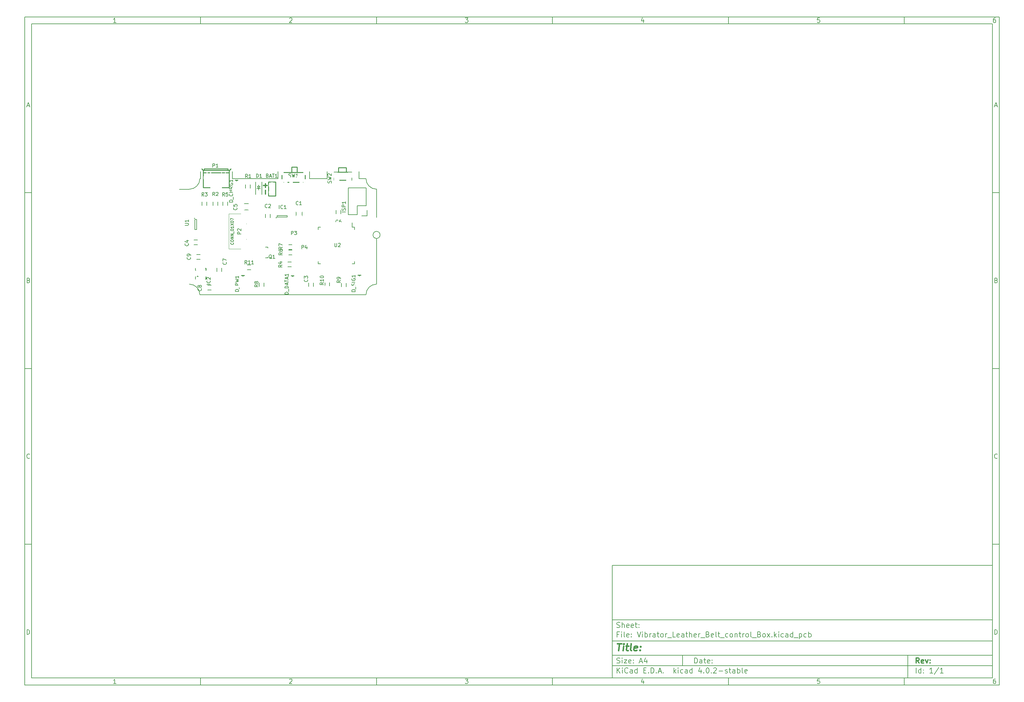
<source format=gto>
G04 #@! TF.FileFunction,Legend,Top*
%FSLAX46Y46*%
G04 Gerber Fmt 4.6, Leading zero omitted, Abs format (unit mm)*
G04 Created by KiCad (PCBNEW 4.0.2-stable) date 2016 October 13, Thursday 23:14:49*
%MOMM*%
G01*
G04 APERTURE LIST*
%ADD10C,0.100000*%
%ADD11C,0.150000*%
%ADD12C,0.300000*%
%ADD13C,0.400000*%
%ADD14C,0.200000*%
%ADD15C,0.250000*%
%ADD16C,0.075000*%
%ADD17R,1.600000X1.300000*%
%ADD18O,1.450000X2.200000*%
%ADD19C,1.050000*%
%ADD20R,0.800000X1.800000*%
%ADD21C,1.924000*%
%ADD22R,1.700000X1.900000*%
%ADD23R,1.300000X1.600000*%
%ADD24R,1.900000X1.700000*%
%ADD25R,1.620000X1.310000*%
%ADD26R,1.900000X1.600000*%
%ADD27C,2.600000*%
%ADD28R,1.050000X1.460000*%
%ADD29R,0.650000X1.400000*%
%ADD30R,1.400000X0.650000*%
%ADD31R,2.127200X2.127200*%
%ADD32O,2.127200X2.127200*%
%ADD33R,2.200860X1.200100*%
%ADD34R,1.400000X1.000000*%
%ADD35R,1.000000X1.900000*%
%ADD36C,1.100000*%
%ADD37R,1.600000X1.600000*%
%ADD38C,1.200000*%
%ADD39R,1.460000X1.050000*%
%ADD40R,0.950000X1.900000*%
%ADD41R,1.900000X0.950000*%
%ADD42R,2.900000X0.700000*%
%ADD43R,1.800000X2.900000*%
%ADD44R,3.200000X1.900000*%
%ADD45C,1.900000*%
G04 APERTURE END LIST*
D10*
D11*
X177002200Y-166007200D02*
X177002200Y-198007200D01*
X285002200Y-198007200D01*
X285002200Y-166007200D01*
X177002200Y-166007200D01*
D10*
D11*
X10000000Y-10000000D02*
X10000000Y-200007200D01*
X287002200Y-200007200D01*
X287002200Y-10000000D01*
X10000000Y-10000000D01*
D10*
D11*
X12000000Y-12000000D02*
X12000000Y-198007200D01*
X285002200Y-198007200D01*
X285002200Y-12000000D01*
X12000000Y-12000000D01*
D10*
D11*
X60000000Y-12000000D02*
X60000000Y-10000000D01*
D10*
D11*
X110000000Y-12000000D02*
X110000000Y-10000000D01*
D10*
D11*
X160000000Y-12000000D02*
X160000000Y-10000000D01*
D10*
D11*
X210000000Y-12000000D02*
X210000000Y-10000000D01*
D10*
D11*
X260000000Y-12000000D02*
X260000000Y-10000000D01*
D10*
D11*
X35990476Y-11588095D02*
X35247619Y-11588095D01*
X35619048Y-11588095D02*
X35619048Y-10288095D01*
X35495238Y-10473810D01*
X35371429Y-10597619D01*
X35247619Y-10659524D01*
D10*
D11*
X85247619Y-10411905D02*
X85309524Y-10350000D01*
X85433333Y-10288095D01*
X85742857Y-10288095D01*
X85866667Y-10350000D01*
X85928571Y-10411905D01*
X85990476Y-10535714D01*
X85990476Y-10659524D01*
X85928571Y-10845238D01*
X85185714Y-11588095D01*
X85990476Y-11588095D01*
D10*
D11*
X135185714Y-10288095D02*
X135990476Y-10288095D01*
X135557143Y-10783333D01*
X135742857Y-10783333D01*
X135866667Y-10845238D01*
X135928571Y-10907143D01*
X135990476Y-11030952D01*
X135990476Y-11340476D01*
X135928571Y-11464286D01*
X135866667Y-11526190D01*
X135742857Y-11588095D01*
X135371429Y-11588095D01*
X135247619Y-11526190D01*
X135185714Y-11464286D01*
D10*
D11*
X185866667Y-10721429D02*
X185866667Y-11588095D01*
X185557143Y-10226190D02*
X185247619Y-11154762D01*
X186052381Y-11154762D01*
D10*
D11*
X235928571Y-10288095D02*
X235309524Y-10288095D01*
X235247619Y-10907143D01*
X235309524Y-10845238D01*
X235433333Y-10783333D01*
X235742857Y-10783333D01*
X235866667Y-10845238D01*
X235928571Y-10907143D01*
X235990476Y-11030952D01*
X235990476Y-11340476D01*
X235928571Y-11464286D01*
X235866667Y-11526190D01*
X235742857Y-11588095D01*
X235433333Y-11588095D01*
X235309524Y-11526190D01*
X235247619Y-11464286D01*
D10*
D11*
X285866667Y-10288095D02*
X285619048Y-10288095D01*
X285495238Y-10350000D01*
X285433333Y-10411905D01*
X285309524Y-10597619D01*
X285247619Y-10845238D01*
X285247619Y-11340476D01*
X285309524Y-11464286D01*
X285371429Y-11526190D01*
X285495238Y-11588095D01*
X285742857Y-11588095D01*
X285866667Y-11526190D01*
X285928571Y-11464286D01*
X285990476Y-11340476D01*
X285990476Y-11030952D01*
X285928571Y-10907143D01*
X285866667Y-10845238D01*
X285742857Y-10783333D01*
X285495238Y-10783333D01*
X285371429Y-10845238D01*
X285309524Y-10907143D01*
X285247619Y-11030952D01*
D10*
D11*
X60000000Y-198007200D02*
X60000000Y-200007200D01*
D10*
D11*
X110000000Y-198007200D02*
X110000000Y-200007200D01*
D10*
D11*
X160000000Y-198007200D02*
X160000000Y-200007200D01*
D10*
D11*
X210000000Y-198007200D02*
X210000000Y-200007200D01*
D10*
D11*
X260000000Y-198007200D02*
X260000000Y-200007200D01*
D10*
D11*
X35990476Y-199595295D02*
X35247619Y-199595295D01*
X35619048Y-199595295D02*
X35619048Y-198295295D01*
X35495238Y-198481010D01*
X35371429Y-198604819D01*
X35247619Y-198666724D01*
D10*
D11*
X85247619Y-198419105D02*
X85309524Y-198357200D01*
X85433333Y-198295295D01*
X85742857Y-198295295D01*
X85866667Y-198357200D01*
X85928571Y-198419105D01*
X85990476Y-198542914D01*
X85990476Y-198666724D01*
X85928571Y-198852438D01*
X85185714Y-199595295D01*
X85990476Y-199595295D01*
D10*
D11*
X135185714Y-198295295D02*
X135990476Y-198295295D01*
X135557143Y-198790533D01*
X135742857Y-198790533D01*
X135866667Y-198852438D01*
X135928571Y-198914343D01*
X135990476Y-199038152D01*
X135990476Y-199347676D01*
X135928571Y-199471486D01*
X135866667Y-199533390D01*
X135742857Y-199595295D01*
X135371429Y-199595295D01*
X135247619Y-199533390D01*
X135185714Y-199471486D01*
D10*
D11*
X185866667Y-198728629D02*
X185866667Y-199595295D01*
X185557143Y-198233390D02*
X185247619Y-199161962D01*
X186052381Y-199161962D01*
D10*
D11*
X235928571Y-198295295D02*
X235309524Y-198295295D01*
X235247619Y-198914343D01*
X235309524Y-198852438D01*
X235433333Y-198790533D01*
X235742857Y-198790533D01*
X235866667Y-198852438D01*
X235928571Y-198914343D01*
X235990476Y-199038152D01*
X235990476Y-199347676D01*
X235928571Y-199471486D01*
X235866667Y-199533390D01*
X235742857Y-199595295D01*
X235433333Y-199595295D01*
X235309524Y-199533390D01*
X235247619Y-199471486D01*
D10*
D11*
X285866667Y-198295295D02*
X285619048Y-198295295D01*
X285495238Y-198357200D01*
X285433333Y-198419105D01*
X285309524Y-198604819D01*
X285247619Y-198852438D01*
X285247619Y-199347676D01*
X285309524Y-199471486D01*
X285371429Y-199533390D01*
X285495238Y-199595295D01*
X285742857Y-199595295D01*
X285866667Y-199533390D01*
X285928571Y-199471486D01*
X285990476Y-199347676D01*
X285990476Y-199038152D01*
X285928571Y-198914343D01*
X285866667Y-198852438D01*
X285742857Y-198790533D01*
X285495238Y-198790533D01*
X285371429Y-198852438D01*
X285309524Y-198914343D01*
X285247619Y-199038152D01*
D10*
D11*
X10000000Y-60000000D02*
X12000000Y-60000000D01*
D10*
D11*
X10000000Y-110000000D02*
X12000000Y-110000000D01*
D10*
D11*
X10000000Y-160000000D02*
X12000000Y-160000000D01*
D10*
D11*
X10690476Y-35216667D02*
X11309524Y-35216667D01*
X10566667Y-35588095D02*
X11000000Y-34288095D01*
X11433333Y-35588095D01*
D10*
D11*
X11092857Y-84907143D02*
X11278571Y-84969048D01*
X11340476Y-85030952D01*
X11402381Y-85154762D01*
X11402381Y-85340476D01*
X11340476Y-85464286D01*
X11278571Y-85526190D01*
X11154762Y-85588095D01*
X10659524Y-85588095D01*
X10659524Y-84288095D01*
X11092857Y-84288095D01*
X11216667Y-84350000D01*
X11278571Y-84411905D01*
X11340476Y-84535714D01*
X11340476Y-84659524D01*
X11278571Y-84783333D01*
X11216667Y-84845238D01*
X11092857Y-84907143D01*
X10659524Y-84907143D01*
D10*
D11*
X11402381Y-135464286D02*
X11340476Y-135526190D01*
X11154762Y-135588095D01*
X11030952Y-135588095D01*
X10845238Y-135526190D01*
X10721429Y-135402381D01*
X10659524Y-135278571D01*
X10597619Y-135030952D01*
X10597619Y-134845238D01*
X10659524Y-134597619D01*
X10721429Y-134473810D01*
X10845238Y-134350000D01*
X11030952Y-134288095D01*
X11154762Y-134288095D01*
X11340476Y-134350000D01*
X11402381Y-134411905D01*
D10*
D11*
X10659524Y-185588095D02*
X10659524Y-184288095D01*
X10969048Y-184288095D01*
X11154762Y-184350000D01*
X11278571Y-184473810D01*
X11340476Y-184597619D01*
X11402381Y-184845238D01*
X11402381Y-185030952D01*
X11340476Y-185278571D01*
X11278571Y-185402381D01*
X11154762Y-185526190D01*
X10969048Y-185588095D01*
X10659524Y-185588095D01*
D10*
D11*
X287002200Y-60000000D02*
X285002200Y-60000000D01*
D10*
D11*
X287002200Y-110000000D02*
X285002200Y-110000000D01*
D10*
D11*
X287002200Y-160000000D02*
X285002200Y-160000000D01*
D10*
D11*
X285692676Y-35216667D02*
X286311724Y-35216667D01*
X285568867Y-35588095D02*
X286002200Y-34288095D01*
X286435533Y-35588095D01*
D10*
D11*
X286095057Y-84907143D02*
X286280771Y-84969048D01*
X286342676Y-85030952D01*
X286404581Y-85154762D01*
X286404581Y-85340476D01*
X286342676Y-85464286D01*
X286280771Y-85526190D01*
X286156962Y-85588095D01*
X285661724Y-85588095D01*
X285661724Y-84288095D01*
X286095057Y-84288095D01*
X286218867Y-84350000D01*
X286280771Y-84411905D01*
X286342676Y-84535714D01*
X286342676Y-84659524D01*
X286280771Y-84783333D01*
X286218867Y-84845238D01*
X286095057Y-84907143D01*
X285661724Y-84907143D01*
D10*
D11*
X286404581Y-135464286D02*
X286342676Y-135526190D01*
X286156962Y-135588095D01*
X286033152Y-135588095D01*
X285847438Y-135526190D01*
X285723629Y-135402381D01*
X285661724Y-135278571D01*
X285599819Y-135030952D01*
X285599819Y-134845238D01*
X285661724Y-134597619D01*
X285723629Y-134473810D01*
X285847438Y-134350000D01*
X286033152Y-134288095D01*
X286156962Y-134288095D01*
X286342676Y-134350000D01*
X286404581Y-134411905D01*
D10*
D11*
X285661724Y-185588095D02*
X285661724Y-184288095D01*
X285971248Y-184288095D01*
X286156962Y-184350000D01*
X286280771Y-184473810D01*
X286342676Y-184597619D01*
X286404581Y-184845238D01*
X286404581Y-185030952D01*
X286342676Y-185278571D01*
X286280771Y-185402381D01*
X286156962Y-185526190D01*
X285971248Y-185588095D01*
X285661724Y-185588095D01*
D10*
D11*
X200359343Y-193785771D02*
X200359343Y-192285771D01*
X200716486Y-192285771D01*
X200930771Y-192357200D01*
X201073629Y-192500057D01*
X201145057Y-192642914D01*
X201216486Y-192928629D01*
X201216486Y-193142914D01*
X201145057Y-193428629D01*
X201073629Y-193571486D01*
X200930771Y-193714343D01*
X200716486Y-193785771D01*
X200359343Y-193785771D01*
X202502200Y-193785771D02*
X202502200Y-193000057D01*
X202430771Y-192857200D01*
X202287914Y-192785771D01*
X202002200Y-192785771D01*
X201859343Y-192857200D01*
X202502200Y-193714343D02*
X202359343Y-193785771D01*
X202002200Y-193785771D01*
X201859343Y-193714343D01*
X201787914Y-193571486D01*
X201787914Y-193428629D01*
X201859343Y-193285771D01*
X202002200Y-193214343D01*
X202359343Y-193214343D01*
X202502200Y-193142914D01*
X203002200Y-192785771D02*
X203573629Y-192785771D01*
X203216486Y-192285771D02*
X203216486Y-193571486D01*
X203287914Y-193714343D01*
X203430772Y-193785771D01*
X203573629Y-193785771D01*
X204645057Y-193714343D02*
X204502200Y-193785771D01*
X204216486Y-193785771D01*
X204073629Y-193714343D01*
X204002200Y-193571486D01*
X204002200Y-193000057D01*
X204073629Y-192857200D01*
X204216486Y-192785771D01*
X204502200Y-192785771D01*
X204645057Y-192857200D01*
X204716486Y-193000057D01*
X204716486Y-193142914D01*
X204002200Y-193285771D01*
X205359343Y-193642914D02*
X205430771Y-193714343D01*
X205359343Y-193785771D01*
X205287914Y-193714343D01*
X205359343Y-193642914D01*
X205359343Y-193785771D01*
X205359343Y-192857200D02*
X205430771Y-192928629D01*
X205359343Y-193000057D01*
X205287914Y-192928629D01*
X205359343Y-192857200D01*
X205359343Y-193000057D01*
D10*
D11*
X177002200Y-194507200D02*
X285002200Y-194507200D01*
D10*
D11*
X178359343Y-196585771D02*
X178359343Y-195085771D01*
X179216486Y-196585771D02*
X178573629Y-195728629D01*
X179216486Y-195085771D02*
X178359343Y-195942914D01*
X179859343Y-196585771D02*
X179859343Y-195585771D01*
X179859343Y-195085771D02*
X179787914Y-195157200D01*
X179859343Y-195228629D01*
X179930771Y-195157200D01*
X179859343Y-195085771D01*
X179859343Y-195228629D01*
X181430772Y-196442914D02*
X181359343Y-196514343D01*
X181145057Y-196585771D01*
X181002200Y-196585771D01*
X180787915Y-196514343D01*
X180645057Y-196371486D01*
X180573629Y-196228629D01*
X180502200Y-195942914D01*
X180502200Y-195728629D01*
X180573629Y-195442914D01*
X180645057Y-195300057D01*
X180787915Y-195157200D01*
X181002200Y-195085771D01*
X181145057Y-195085771D01*
X181359343Y-195157200D01*
X181430772Y-195228629D01*
X182716486Y-196585771D02*
X182716486Y-195800057D01*
X182645057Y-195657200D01*
X182502200Y-195585771D01*
X182216486Y-195585771D01*
X182073629Y-195657200D01*
X182716486Y-196514343D02*
X182573629Y-196585771D01*
X182216486Y-196585771D01*
X182073629Y-196514343D01*
X182002200Y-196371486D01*
X182002200Y-196228629D01*
X182073629Y-196085771D01*
X182216486Y-196014343D01*
X182573629Y-196014343D01*
X182716486Y-195942914D01*
X184073629Y-196585771D02*
X184073629Y-195085771D01*
X184073629Y-196514343D02*
X183930772Y-196585771D01*
X183645058Y-196585771D01*
X183502200Y-196514343D01*
X183430772Y-196442914D01*
X183359343Y-196300057D01*
X183359343Y-195871486D01*
X183430772Y-195728629D01*
X183502200Y-195657200D01*
X183645058Y-195585771D01*
X183930772Y-195585771D01*
X184073629Y-195657200D01*
X185930772Y-195800057D02*
X186430772Y-195800057D01*
X186645058Y-196585771D02*
X185930772Y-196585771D01*
X185930772Y-195085771D01*
X186645058Y-195085771D01*
X187287915Y-196442914D02*
X187359343Y-196514343D01*
X187287915Y-196585771D01*
X187216486Y-196514343D01*
X187287915Y-196442914D01*
X187287915Y-196585771D01*
X188002201Y-196585771D02*
X188002201Y-195085771D01*
X188359344Y-195085771D01*
X188573629Y-195157200D01*
X188716487Y-195300057D01*
X188787915Y-195442914D01*
X188859344Y-195728629D01*
X188859344Y-195942914D01*
X188787915Y-196228629D01*
X188716487Y-196371486D01*
X188573629Y-196514343D01*
X188359344Y-196585771D01*
X188002201Y-196585771D01*
X189502201Y-196442914D02*
X189573629Y-196514343D01*
X189502201Y-196585771D01*
X189430772Y-196514343D01*
X189502201Y-196442914D01*
X189502201Y-196585771D01*
X190145058Y-196157200D02*
X190859344Y-196157200D01*
X190002201Y-196585771D02*
X190502201Y-195085771D01*
X191002201Y-196585771D01*
X191502201Y-196442914D02*
X191573629Y-196514343D01*
X191502201Y-196585771D01*
X191430772Y-196514343D01*
X191502201Y-196442914D01*
X191502201Y-196585771D01*
X194502201Y-196585771D02*
X194502201Y-195085771D01*
X194645058Y-196014343D02*
X195073629Y-196585771D01*
X195073629Y-195585771D02*
X194502201Y-196157200D01*
X195716487Y-196585771D02*
X195716487Y-195585771D01*
X195716487Y-195085771D02*
X195645058Y-195157200D01*
X195716487Y-195228629D01*
X195787915Y-195157200D01*
X195716487Y-195085771D01*
X195716487Y-195228629D01*
X197073630Y-196514343D02*
X196930773Y-196585771D01*
X196645059Y-196585771D01*
X196502201Y-196514343D01*
X196430773Y-196442914D01*
X196359344Y-196300057D01*
X196359344Y-195871486D01*
X196430773Y-195728629D01*
X196502201Y-195657200D01*
X196645059Y-195585771D01*
X196930773Y-195585771D01*
X197073630Y-195657200D01*
X198359344Y-196585771D02*
X198359344Y-195800057D01*
X198287915Y-195657200D01*
X198145058Y-195585771D01*
X197859344Y-195585771D01*
X197716487Y-195657200D01*
X198359344Y-196514343D02*
X198216487Y-196585771D01*
X197859344Y-196585771D01*
X197716487Y-196514343D01*
X197645058Y-196371486D01*
X197645058Y-196228629D01*
X197716487Y-196085771D01*
X197859344Y-196014343D01*
X198216487Y-196014343D01*
X198359344Y-195942914D01*
X199716487Y-196585771D02*
X199716487Y-195085771D01*
X199716487Y-196514343D02*
X199573630Y-196585771D01*
X199287916Y-196585771D01*
X199145058Y-196514343D01*
X199073630Y-196442914D01*
X199002201Y-196300057D01*
X199002201Y-195871486D01*
X199073630Y-195728629D01*
X199145058Y-195657200D01*
X199287916Y-195585771D01*
X199573630Y-195585771D01*
X199716487Y-195657200D01*
X202216487Y-195585771D02*
X202216487Y-196585771D01*
X201859344Y-195014343D02*
X201502201Y-196085771D01*
X202430773Y-196085771D01*
X203002201Y-196442914D02*
X203073629Y-196514343D01*
X203002201Y-196585771D01*
X202930772Y-196514343D01*
X203002201Y-196442914D01*
X203002201Y-196585771D01*
X204002201Y-195085771D02*
X204145058Y-195085771D01*
X204287915Y-195157200D01*
X204359344Y-195228629D01*
X204430773Y-195371486D01*
X204502201Y-195657200D01*
X204502201Y-196014343D01*
X204430773Y-196300057D01*
X204359344Y-196442914D01*
X204287915Y-196514343D01*
X204145058Y-196585771D01*
X204002201Y-196585771D01*
X203859344Y-196514343D01*
X203787915Y-196442914D01*
X203716487Y-196300057D01*
X203645058Y-196014343D01*
X203645058Y-195657200D01*
X203716487Y-195371486D01*
X203787915Y-195228629D01*
X203859344Y-195157200D01*
X204002201Y-195085771D01*
X205145058Y-196442914D02*
X205216486Y-196514343D01*
X205145058Y-196585771D01*
X205073629Y-196514343D01*
X205145058Y-196442914D01*
X205145058Y-196585771D01*
X205787915Y-195228629D02*
X205859344Y-195157200D01*
X206002201Y-195085771D01*
X206359344Y-195085771D01*
X206502201Y-195157200D01*
X206573630Y-195228629D01*
X206645058Y-195371486D01*
X206645058Y-195514343D01*
X206573630Y-195728629D01*
X205716487Y-196585771D01*
X206645058Y-196585771D01*
X207287915Y-196014343D02*
X208430772Y-196014343D01*
X209073629Y-196514343D02*
X209216486Y-196585771D01*
X209502201Y-196585771D01*
X209645058Y-196514343D01*
X209716486Y-196371486D01*
X209716486Y-196300057D01*
X209645058Y-196157200D01*
X209502201Y-196085771D01*
X209287915Y-196085771D01*
X209145058Y-196014343D01*
X209073629Y-195871486D01*
X209073629Y-195800057D01*
X209145058Y-195657200D01*
X209287915Y-195585771D01*
X209502201Y-195585771D01*
X209645058Y-195657200D01*
X210145058Y-195585771D02*
X210716487Y-195585771D01*
X210359344Y-195085771D02*
X210359344Y-196371486D01*
X210430772Y-196514343D01*
X210573630Y-196585771D01*
X210716487Y-196585771D01*
X211859344Y-196585771D02*
X211859344Y-195800057D01*
X211787915Y-195657200D01*
X211645058Y-195585771D01*
X211359344Y-195585771D01*
X211216487Y-195657200D01*
X211859344Y-196514343D02*
X211716487Y-196585771D01*
X211359344Y-196585771D01*
X211216487Y-196514343D01*
X211145058Y-196371486D01*
X211145058Y-196228629D01*
X211216487Y-196085771D01*
X211359344Y-196014343D01*
X211716487Y-196014343D01*
X211859344Y-195942914D01*
X212573630Y-196585771D02*
X212573630Y-195085771D01*
X212573630Y-195657200D02*
X212716487Y-195585771D01*
X213002201Y-195585771D01*
X213145058Y-195657200D01*
X213216487Y-195728629D01*
X213287916Y-195871486D01*
X213287916Y-196300057D01*
X213216487Y-196442914D01*
X213145058Y-196514343D01*
X213002201Y-196585771D01*
X212716487Y-196585771D01*
X212573630Y-196514343D01*
X214145059Y-196585771D02*
X214002201Y-196514343D01*
X213930773Y-196371486D01*
X213930773Y-195085771D01*
X215287915Y-196514343D02*
X215145058Y-196585771D01*
X214859344Y-196585771D01*
X214716487Y-196514343D01*
X214645058Y-196371486D01*
X214645058Y-195800057D01*
X214716487Y-195657200D01*
X214859344Y-195585771D01*
X215145058Y-195585771D01*
X215287915Y-195657200D01*
X215359344Y-195800057D01*
X215359344Y-195942914D01*
X214645058Y-196085771D01*
D10*
D11*
X177002200Y-191507200D02*
X285002200Y-191507200D01*
D10*
D12*
X264216486Y-193785771D02*
X263716486Y-193071486D01*
X263359343Y-193785771D02*
X263359343Y-192285771D01*
X263930771Y-192285771D01*
X264073629Y-192357200D01*
X264145057Y-192428629D01*
X264216486Y-192571486D01*
X264216486Y-192785771D01*
X264145057Y-192928629D01*
X264073629Y-193000057D01*
X263930771Y-193071486D01*
X263359343Y-193071486D01*
X265430771Y-193714343D02*
X265287914Y-193785771D01*
X265002200Y-193785771D01*
X264859343Y-193714343D01*
X264787914Y-193571486D01*
X264787914Y-193000057D01*
X264859343Y-192857200D01*
X265002200Y-192785771D01*
X265287914Y-192785771D01*
X265430771Y-192857200D01*
X265502200Y-193000057D01*
X265502200Y-193142914D01*
X264787914Y-193285771D01*
X266002200Y-192785771D02*
X266359343Y-193785771D01*
X266716485Y-192785771D01*
X267287914Y-193642914D02*
X267359342Y-193714343D01*
X267287914Y-193785771D01*
X267216485Y-193714343D01*
X267287914Y-193642914D01*
X267287914Y-193785771D01*
X267287914Y-192857200D02*
X267359342Y-192928629D01*
X267287914Y-193000057D01*
X267216485Y-192928629D01*
X267287914Y-192857200D01*
X267287914Y-193000057D01*
D10*
D11*
X178287914Y-193714343D02*
X178502200Y-193785771D01*
X178859343Y-193785771D01*
X179002200Y-193714343D01*
X179073629Y-193642914D01*
X179145057Y-193500057D01*
X179145057Y-193357200D01*
X179073629Y-193214343D01*
X179002200Y-193142914D01*
X178859343Y-193071486D01*
X178573629Y-193000057D01*
X178430771Y-192928629D01*
X178359343Y-192857200D01*
X178287914Y-192714343D01*
X178287914Y-192571486D01*
X178359343Y-192428629D01*
X178430771Y-192357200D01*
X178573629Y-192285771D01*
X178930771Y-192285771D01*
X179145057Y-192357200D01*
X179787914Y-193785771D02*
X179787914Y-192785771D01*
X179787914Y-192285771D02*
X179716485Y-192357200D01*
X179787914Y-192428629D01*
X179859342Y-192357200D01*
X179787914Y-192285771D01*
X179787914Y-192428629D01*
X180359343Y-192785771D02*
X181145057Y-192785771D01*
X180359343Y-193785771D01*
X181145057Y-193785771D01*
X182287914Y-193714343D02*
X182145057Y-193785771D01*
X181859343Y-193785771D01*
X181716486Y-193714343D01*
X181645057Y-193571486D01*
X181645057Y-193000057D01*
X181716486Y-192857200D01*
X181859343Y-192785771D01*
X182145057Y-192785771D01*
X182287914Y-192857200D01*
X182359343Y-193000057D01*
X182359343Y-193142914D01*
X181645057Y-193285771D01*
X183002200Y-193642914D02*
X183073628Y-193714343D01*
X183002200Y-193785771D01*
X182930771Y-193714343D01*
X183002200Y-193642914D01*
X183002200Y-193785771D01*
X183002200Y-192857200D02*
X183073628Y-192928629D01*
X183002200Y-193000057D01*
X182930771Y-192928629D01*
X183002200Y-192857200D01*
X183002200Y-193000057D01*
X184787914Y-193357200D02*
X185502200Y-193357200D01*
X184645057Y-193785771D02*
X185145057Y-192285771D01*
X185645057Y-193785771D01*
X186787914Y-192785771D02*
X186787914Y-193785771D01*
X186430771Y-192214343D02*
X186073628Y-193285771D01*
X187002200Y-193285771D01*
D10*
D11*
X263359343Y-196585771D02*
X263359343Y-195085771D01*
X264716486Y-196585771D02*
X264716486Y-195085771D01*
X264716486Y-196514343D02*
X264573629Y-196585771D01*
X264287915Y-196585771D01*
X264145057Y-196514343D01*
X264073629Y-196442914D01*
X264002200Y-196300057D01*
X264002200Y-195871486D01*
X264073629Y-195728629D01*
X264145057Y-195657200D01*
X264287915Y-195585771D01*
X264573629Y-195585771D01*
X264716486Y-195657200D01*
X265430772Y-196442914D02*
X265502200Y-196514343D01*
X265430772Y-196585771D01*
X265359343Y-196514343D01*
X265430772Y-196442914D01*
X265430772Y-196585771D01*
X265430772Y-195657200D02*
X265502200Y-195728629D01*
X265430772Y-195800057D01*
X265359343Y-195728629D01*
X265430772Y-195657200D01*
X265430772Y-195800057D01*
X268073629Y-196585771D02*
X267216486Y-196585771D01*
X267645058Y-196585771D02*
X267645058Y-195085771D01*
X267502201Y-195300057D01*
X267359343Y-195442914D01*
X267216486Y-195514343D01*
X269787914Y-195014343D02*
X268502200Y-196942914D01*
X271073629Y-196585771D02*
X270216486Y-196585771D01*
X270645058Y-196585771D02*
X270645058Y-195085771D01*
X270502201Y-195300057D01*
X270359343Y-195442914D01*
X270216486Y-195514343D01*
D10*
D11*
X177002200Y-187507200D02*
X285002200Y-187507200D01*
D10*
D13*
X178454581Y-188211962D02*
X179597438Y-188211962D01*
X178776010Y-190211962D02*
X179026010Y-188211962D01*
X180014105Y-190211962D02*
X180180771Y-188878629D01*
X180264105Y-188211962D02*
X180156962Y-188307200D01*
X180240295Y-188402438D01*
X180347439Y-188307200D01*
X180264105Y-188211962D01*
X180240295Y-188402438D01*
X180847438Y-188878629D02*
X181609343Y-188878629D01*
X181216486Y-188211962D02*
X181002200Y-189926248D01*
X181073630Y-190116724D01*
X181252201Y-190211962D01*
X181442677Y-190211962D01*
X182395058Y-190211962D02*
X182216487Y-190116724D01*
X182145057Y-189926248D01*
X182359343Y-188211962D01*
X183930772Y-190116724D02*
X183728391Y-190211962D01*
X183347439Y-190211962D01*
X183168867Y-190116724D01*
X183097438Y-189926248D01*
X183192676Y-189164343D01*
X183311724Y-188973867D01*
X183514105Y-188878629D01*
X183895057Y-188878629D01*
X184073629Y-188973867D01*
X184145057Y-189164343D01*
X184121248Y-189354819D01*
X183145057Y-189545295D01*
X184895057Y-190021486D02*
X184978392Y-190116724D01*
X184871248Y-190211962D01*
X184787915Y-190116724D01*
X184895057Y-190021486D01*
X184871248Y-190211962D01*
X185026010Y-188973867D02*
X185109344Y-189069105D01*
X185002200Y-189164343D01*
X184918867Y-189069105D01*
X185026010Y-188973867D01*
X185002200Y-189164343D01*
D10*
D11*
X178859343Y-185600057D02*
X178359343Y-185600057D01*
X178359343Y-186385771D02*
X178359343Y-184885771D01*
X179073629Y-184885771D01*
X179645057Y-186385771D02*
X179645057Y-185385771D01*
X179645057Y-184885771D02*
X179573628Y-184957200D01*
X179645057Y-185028629D01*
X179716485Y-184957200D01*
X179645057Y-184885771D01*
X179645057Y-185028629D01*
X180573629Y-186385771D02*
X180430771Y-186314343D01*
X180359343Y-186171486D01*
X180359343Y-184885771D01*
X181716485Y-186314343D02*
X181573628Y-186385771D01*
X181287914Y-186385771D01*
X181145057Y-186314343D01*
X181073628Y-186171486D01*
X181073628Y-185600057D01*
X181145057Y-185457200D01*
X181287914Y-185385771D01*
X181573628Y-185385771D01*
X181716485Y-185457200D01*
X181787914Y-185600057D01*
X181787914Y-185742914D01*
X181073628Y-185885771D01*
X182430771Y-186242914D02*
X182502199Y-186314343D01*
X182430771Y-186385771D01*
X182359342Y-186314343D01*
X182430771Y-186242914D01*
X182430771Y-186385771D01*
X182430771Y-185457200D02*
X182502199Y-185528629D01*
X182430771Y-185600057D01*
X182359342Y-185528629D01*
X182430771Y-185457200D01*
X182430771Y-185600057D01*
X184073628Y-184885771D02*
X184573628Y-186385771D01*
X185073628Y-184885771D01*
X185573628Y-186385771D02*
X185573628Y-185385771D01*
X185573628Y-184885771D02*
X185502199Y-184957200D01*
X185573628Y-185028629D01*
X185645056Y-184957200D01*
X185573628Y-184885771D01*
X185573628Y-185028629D01*
X186287914Y-186385771D02*
X186287914Y-184885771D01*
X186287914Y-185457200D02*
X186430771Y-185385771D01*
X186716485Y-185385771D01*
X186859342Y-185457200D01*
X186930771Y-185528629D01*
X187002200Y-185671486D01*
X187002200Y-186100057D01*
X186930771Y-186242914D01*
X186859342Y-186314343D01*
X186716485Y-186385771D01*
X186430771Y-186385771D01*
X186287914Y-186314343D01*
X187645057Y-186385771D02*
X187645057Y-185385771D01*
X187645057Y-185671486D02*
X187716485Y-185528629D01*
X187787914Y-185457200D01*
X187930771Y-185385771D01*
X188073628Y-185385771D01*
X189216485Y-186385771D02*
X189216485Y-185600057D01*
X189145056Y-185457200D01*
X189002199Y-185385771D01*
X188716485Y-185385771D01*
X188573628Y-185457200D01*
X189216485Y-186314343D02*
X189073628Y-186385771D01*
X188716485Y-186385771D01*
X188573628Y-186314343D01*
X188502199Y-186171486D01*
X188502199Y-186028629D01*
X188573628Y-185885771D01*
X188716485Y-185814343D01*
X189073628Y-185814343D01*
X189216485Y-185742914D01*
X189716485Y-185385771D02*
X190287914Y-185385771D01*
X189930771Y-184885771D02*
X189930771Y-186171486D01*
X190002199Y-186314343D01*
X190145057Y-186385771D01*
X190287914Y-186385771D01*
X191002200Y-186385771D02*
X190859342Y-186314343D01*
X190787914Y-186242914D01*
X190716485Y-186100057D01*
X190716485Y-185671486D01*
X190787914Y-185528629D01*
X190859342Y-185457200D01*
X191002200Y-185385771D01*
X191216485Y-185385771D01*
X191359342Y-185457200D01*
X191430771Y-185528629D01*
X191502200Y-185671486D01*
X191502200Y-186100057D01*
X191430771Y-186242914D01*
X191359342Y-186314343D01*
X191216485Y-186385771D01*
X191002200Y-186385771D01*
X192145057Y-186385771D02*
X192145057Y-185385771D01*
X192145057Y-185671486D02*
X192216485Y-185528629D01*
X192287914Y-185457200D01*
X192430771Y-185385771D01*
X192573628Y-185385771D01*
X192716485Y-186528629D02*
X193859342Y-186528629D01*
X194930771Y-186385771D02*
X194216485Y-186385771D01*
X194216485Y-184885771D01*
X196002199Y-186314343D02*
X195859342Y-186385771D01*
X195573628Y-186385771D01*
X195430771Y-186314343D01*
X195359342Y-186171486D01*
X195359342Y-185600057D01*
X195430771Y-185457200D01*
X195573628Y-185385771D01*
X195859342Y-185385771D01*
X196002199Y-185457200D01*
X196073628Y-185600057D01*
X196073628Y-185742914D01*
X195359342Y-185885771D01*
X197359342Y-186385771D02*
X197359342Y-185600057D01*
X197287913Y-185457200D01*
X197145056Y-185385771D01*
X196859342Y-185385771D01*
X196716485Y-185457200D01*
X197359342Y-186314343D02*
X197216485Y-186385771D01*
X196859342Y-186385771D01*
X196716485Y-186314343D01*
X196645056Y-186171486D01*
X196645056Y-186028629D01*
X196716485Y-185885771D01*
X196859342Y-185814343D01*
X197216485Y-185814343D01*
X197359342Y-185742914D01*
X197859342Y-185385771D02*
X198430771Y-185385771D01*
X198073628Y-184885771D02*
X198073628Y-186171486D01*
X198145056Y-186314343D01*
X198287914Y-186385771D01*
X198430771Y-186385771D01*
X198930771Y-186385771D02*
X198930771Y-184885771D01*
X199573628Y-186385771D02*
X199573628Y-185600057D01*
X199502199Y-185457200D01*
X199359342Y-185385771D01*
X199145057Y-185385771D01*
X199002199Y-185457200D01*
X198930771Y-185528629D01*
X200859342Y-186314343D02*
X200716485Y-186385771D01*
X200430771Y-186385771D01*
X200287914Y-186314343D01*
X200216485Y-186171486D01*
X200216485Y-185600057D01*
X200287914Y-185457200D01*
X200430771Y-185385771D01*
X200716485Y-185385771D01*
X200859342Y-185457200D01*
X200930771Y-185600057D01*
X200930771Y-185742914D01*
X200216485Y-185885771D01*
X201573628Y-186385771D02*
X201573628Y-185385771D01*
X201573628Y-185671486D02*
X201645056Y-185528629D01*
X201716485Y-185457200D01*
X201859342Y-185385771D01*
X202002199Y-185385771D01*
X202145056Y-186528629D02*
X203287913Y-186528629D01*
X204145056Y-185600057D02*
X204359342Y-185671486D01*
X204430770Y-185742914D01*
X204502199Y-185885771D01*
X204502199Y-186100057D01*
X204430770Y-186242914D01*
X204359342Y-186314343D01*
X204216484Y-186385771D01*
X203645056Y-186385771D01*
X203645056Y-184885771D01*
X204145056Y-184885771D01*
X204287913Y-184957200D01*
X204359342Y-185028629D01*
X204430770Y-185171486D01*
X204430770Y-185314343D01*
X204359342Y-185457200D01*
X204287913Y-185528629D01*
X204145056Y-185600057D01*
X203645056Y-185600057D01*
X205716484Y-186314343D02*
X205573627Y-186385771D01*
X205287913Y-186385771D01*
X205145056Y-186314343D01*
X205073627Y-186171486D01*
X205073627Y-185600057D01*
X205145056Y-185457200D01*
X205287913Y-185385771D01*
X205573627Y-185385771D01*
X205716484Y-185457200D01*
X205787913Y-185600057D01*
X205787913Y-185742914D01*
X205073627Y-185885771D01*
X206645056Y-186385771D02*
X206502198Y-186314343D01*
X206430770Y-186171486D01*
X206430770Y-184885771D01*
X207002198Y-185385771D02*
X207573627Y-185385771D01*
X207216484Y-184885771D02*
X207216484Y-186171486D01*
X207287912Y-186314343D01*
X207430770Y-186385771D01*
X207573627Y-186385771D01*
X207716484Y-186528629D02*
X208859341Y-186528629D01*
X209859341Y-186314343D02*
X209716484Y-186385771D01*
X209430770Y-186385771D01*
X209287912Y-186314343D01*
X209216484Y-186242914D01*
X209145055Y-186100057D01*
X209145055Y-185671486D01*
X209216484Y-185528629D01*
X209287912Y-185457200D01*
X209430770Y-185385771D01*
X209716484Y-185385771D01*
X209859341Y-185457200D01*
X210716484Y-186385771D02*
X210573626Y-186314343D01*
X210502198Y-186242914D01*
X210430769Y-186100057D01*
X210430769Y-185671486D01*
X210502198Y-185528629D01*
X210573626Y-185457200D01*
X210716484Y-185385771D01*
X210930769Y-185385771D01*
X211073626Y-185457200D01*
X211145055Y-185528629D01*
X211216484Y-185671486D01*
X211216484Y-186100057D01*
X211145055Y-186242914D01*
X211073626Y-186314343D01*
X210930769Y-186385771D01*
X210716484Y-186385771D01*
X211859341Y-185385771D02*
X211859341Y-186385771D01*
X211859341Y-185528629D02*
X211930769Y-185457200D01*
X212073627Y-185385771D01*
X212287912Y-185385771D01*
X212430769Y-185457200D01*
X212502198Y-185600057D01*
X212502198Y-186385771D01*
X213002198Y-185385771D02*
X213573627Y-185385771D01*
X213216484Y-184885771D02*
X213216484Y-186171486D01*
X213287912Y-186314343D01*
X213430770Y-186385771D01*
X213573627Y-186385771D01*
X214073627Y-186385771D02*
X214073627Y-185385771D01*
X214073627Y-185671486D02*
X214145055Y-185528629D01*
X214216484Y-185457200D01*
X214359341Y-185385771D01*
X214502198Y-185385771D01*
X215216484Y-186385771D02*
X215073626Y-186314343D01*
X215002198Y-186242914D01*
X214930769Y-186100057D01*
X214930769Y-185671486D01*
X215002198Y-185528629D01*
X215073626Y-185457200D01*
X215216484Y-185385771D01*
X215430769Y-185385771D01*
X215573626Y-185457200D01*
X215645055Y-185528629D01*
X215716484Y-185671486D01*
X215716484Y-186100057D01*
X215645055Y-186242914D01*
X215573626Y-186314343D01*
X215430769Y-186385771D01*
X215216484Y-186385771D01*
X216573627Y-186385771D02*
X216430769Y-186314343D01*
X216359341Y-186171486D01*
X216359341Y-184885771D01*
X216787912Y-186528629D02*
X217930769Y-186528629D01*
X218787912Y-185600057D02*
X219002198Y-185671486D01*
X219073626Y-185742914D01*
X219145055Y-185885771D01*
X219145055Y-186100057D01*
X219073626Y-186242914D01*
X219002198Y-186314343D01*
X218859340Y-186385771D01*
X218287912Y-186385771D01*
X218287912Y-184885771D01*
X218787912Y-184885771D01*
X218930769Y-184957200D01*
X219002198Y-185028629D01*
X219073626Y-185171486D01*
X219073626Y-185314343D01*
X219002198Y-185457200D01*
X218930769Y-185528629D01*
X218787912Y-185600057D01*
X218287912Y-185600057D01*
X220002198Y-186385771D02*
X219859340Y-186314343D01*
X219787912Y-186242914D01*
X219716483Y-186100057D01*
X219716483Y-185671486D01*
X219787912Y-185528629D01*
X219859340Y-185457200D01*
X220002198Y-185385771D01*
X220216483Y-185385771D01*
X220359340Y-185457200D01*
X220430769Y-185528629D01*
X220502198Y-185671486D01*
X220502198Y-186100057D01*
X220430769Y-186242914D01*
X220359340Y-186314343D01*
X220216483Y-186385771D01*
X220002198Y-186385771D01*
X221002198Y-186385771D02*
X221787912Y-185385771D01*
X221002198Y-185385771D02*
X221787912Y-186385771D01*
X222359341Y-186242914D02*
X222430769Y-186314343D01*
X222359341Y-186385771D01*
X222287912Y-186314343D01*
X222359341Y-186242914D01*
X222359341Y-186385771D01*
X223073627Y-186385771D02*
X223073627Y-184885771D01*
X223216484Y-185814343D02*
X223645055Y-186385771D01*
X223645055Y-185385771D02*
X223073627Y-185957200D01*
X224287913Y-186385771D02*
X224287913Y-185385771D01*
X224287913Y-184885771D02*
X224216484Y-184957200D01*
X224287913Y-185028629D01*
X224359341Y-184957200D01*
X224287913Y-184885771D01*
X224287913Y-185028629D01*
X225645056Y-186314343D02*
X225502199Y-186385771D01*
X225216485Y-186385771D01*
X225073627Y-186314343D01*
X225002199Y-186242914D01*
X224930770Y-186100057D01*
X224930770Y-185671486D01*
X225002199Y-185528629D01*
X225073627Y-185457200D01*
X225216485Y-185385771D01*
X225502199Y-185385771D01*
X225645056Y-185457200D01*
X226930770Y-186385771D02*
X226930770Y-185600057D01*
X226859341Y-185457200D01*
X226716484Y-185385771D01*
X226430770Y-185385771D01*
X226287913Y-185457200D01*
X226930770Y-186314343D02*
X226787913Y-186385771D01*
X226430770Y-186385771D01*
X226287913Y-186314343D01*
X226216484Y-186171486D01*
X226216484Y-186028629D01*
X226287913Y-185885771D01*
X226430770Y-185814343D01*
X226787913Y-185814343D01*
X226930770Y-185742914D01*
X228287913Y-186385771D02*
X228287913Y-184885771D01*
X228287913Y-186314343D02*
X228145056Y-186385771D01*
X227859342Y-186385771D01*
X227716484Y-186314343D01*
X227645056Y-186242914D01*
X227573627Y-186100057D01*
X227573627Y-185671486D01*
X227645056Y-185528629D01*
X227716484Y-185457200D01*
X227859342Y-185385771D01*
X228145056Y-185385771D01*
X228287913Y-185457200D01*
X228645056Y-186528629D02*
X229787913Y-186528629D01*
X230145056Y-185385771D02*
X230145056Y-186885771D01*
X230145056Y-185457200D02*
X230287913Y-185385771D01*
X230573627Y-185385771D01*
X230716484Y-185457200D01*
X230787913Y-185528629D01*
X230859342Y-185671486D01*
X230859342Y-186100057D01*
X230787913Y-186242914D01*
X230716484Y-186314343D01*
X230573627Y-186385771D01*
X230287913Y-186385771D01*
X230145056Y-186314343D01*
X232145056Y-186314343D02*
X232002199Y-186385771D01*
X231716485Y-186385771D01*
X231573627Y-186314343D01*
X231502199Y-186242914D01*
X231430770Y-186100057D01*
X231430770Y-185671486D01*
X231502199Y-185528629D01*
X231573627Y-185457200D01*
X231716485Y-185385771D01*
X232002199Y-185385771D01*
X232145056Y-185457200D01*
X232787913Y-186385771D02*
X232787913Y-184885771D01*
X232787913Y-185457200D02*
X232930770Y-185385771D01*
X233216484Y-185385771D01*
X233359341Y-185457200D01*
X233430770Y-185528629D01*
X233502199Y-185671486D01*
X233502199Y-186100057D01*
X233430770Y-186242914D01*
X233359341Y-186314343D01*
X233216484Y-186385771D01*
X232930770Y-186385771D01*
X232787913Y-186314343D01*
D10*
D11*
X177002200Y-181507200D02*
X285002200Y-181507200D01*
D10*
D11*
X178287914Y-183614343D02*
X178502200Y-183685771D01*
X178859343Y-183685771D01*
X179002200Y-183614343D01*
X179073629Y-183542914D01*
X179145057Y-183400057D01*
X179145057Y-183257200D01*
X179073629Y-183114343D01*
X179002200Y-183042914D01*
X178859343Y-182971486D01*
X178573629Y-182900057D01*
X178430771Y-182828629D01*
X178359343Y-182757200D01*
X178287914Y-182614343D01*
X178287914Y-182471486D01*
X178359343Y-182328629D01*
X178430771Y-182257200D01*
X178573629Y-182185771D01*
X178930771Y-182185771D01*
X179145057Y-182257200D01*
X179787914Y-183685771D02*
X179787914Y-182185771D01*
X180430771Y-183685771D02*
X180430771Y-182900057D01*
X180359342Y-182757200D01*
X180216485Y-182685771D01*
X180002200Y-182685771D01*
X179859342Y-182757200D01*
X179787914Y-182828629D01*
X181716485Y-183614343D02*
X181573628Y-183685771D01*
X181287914Y-183685771D01*
X181145057Y-183614343D01*
X181073628Y-183471486D01*
X181073628Y-182900057D01*
X181145057Y-182757200D01*
X181287914Y-182685771D01*
X181573628Y-182685771D01*
X181716485Y-182757200D01*
X181787914Y-182900057D01*
X181787914Y-183042914D01*
X181073628Y-183185771D01*
X183002199Y-183614343D02*
X182859342Y-183685771D01*
X182573628Y-183685771D01*
X182430771Y-183614343D01*
X182359342Y-183471486D01*
X182359342Y-182900057D01*
X182430771Y-182757200D01*
X182573628Y-182685771D01*
X182859342Y-182685771D01*
X183002199Y-182757200D01*
X183073628Y-182900057D01*
X183073628Y-183042914D01*
X182359342Y-183185771D01*
X183502199Y-182685771D02*
X184073628Y-182685771D01*
X183716485Y-182185771D02*
X183716485Y-183471486D01*
X183787913Y-183614343D01*
X183930771Y-183685771D01*
X184073628Y-183685771D01*
X184573628Y-183542914D02*
X184645056Y-183614343D01*
X184573628Y-183685771D01*
X184502199Y-183614343D01*
X184573628Y-183542914D01*
X184573628Y-183685771D01*
X184573628Y-182757200D02*
X184645056Y-182828629D01*
X184573628Y-182900057D01*
X184502199Y-182828629D01*
X184573628Y-182757200D01*
X184573628Y-182900057D01*
D10*
D11*
X197002200Y-191507200D02*
X197002200Y-194507200D01*
D10*
D11*
X261002200Y-191507200D02*
X261002200Y-198007200D01*
D14*
X110000000Y-77000000D02*
X110000000Y-73050000D01*
D12*
X78407143Y-60400000D02*
X78407143Y-59257143D01*
X78407143Y-58542857D02*
X78407143Y-57400000D01*
X78978571Y-57971429D02*
X77835714Y-57971429D01*
D14*
X105000000Y-56000000D02*
X107000000Y-56000000D01*
X105000000Y-54000000D02*
X105000000Y-56000000D01*
X96000000Y-56000000D02*
X91000000Y-56000000D01*
X96000000Y-54000000D02*
X96000000Y-56000000D01*
X66000000Y-89000000D02*
X59800000Y-89000000D01*
X56800000Y-59000000D02*
X54000000Y-59000000D01*
X69000000Y-56000000D02*
X82000000Y-56000000D01*
X59800000Y-56000000D02*
X60000000Y-56000000D01*
X91000000Y-54000000D02*
X91000000Y-56000000D01*
X82000000Y-54000000D02*
X82000000Y-56000000D01*
X69000000Y-54000000D02*
X69000000Y-56000000D01*
X60000000Y-54000000D02*
X60000000Y-56000000D01*
X110000000Y-77000000D02*
X110000000Y-85900000D01*
X66000000Y-89000000D02*
X107000000Y-89000000D01*
X111000000Y-72000000D02*
G75*
G03X111000000Y-72000000I-1000000J0D01*
G01*
X59800000Y-89000000D02*
G75*
G03X56800000Y-86000000I-3000000J0D01*
G01*
X56800000Y-59000000D02*
G75*
G03X59800000Y-56000000I0J3000000D01*
G01*
X110000000Y-59000000D02*
X110000000Y-67000000D01*
X107000000Y-56000000D02*
G75*
G03X110000000Y-59000000I3000000J0D01*
G01*
X110000000Y-86000000D02*
G75*
G03X107000000Y-89000000I0J-3000000D01*
G01*
D11*
X58900000Y-77625000D02*
X59900000Y-77625000D01*
X59900000Y-78975000D02*
X58900000Y-78975000D01*
D15*
X67200000Y-54300000D02*
X68100000Y-54300000D01*
X66100000Y-54300000D02*
X66800000Y-54300000D01*
X61600000Y-54300000D02*
X60800000Y-54300000D01*
X62600000Y-54300000D02*
X62000000Y-54300000D01*
X65700000Y-54300000D02*
X63000000Y-54300000D01*
X60700000Y-53600000D02*
X60300000Y-53200000D01*
X68200000Y-53600000D02*
X68600000Y-53200000D01*
X60700000Y-53600000D02*
X60700000Y-58500000D01*
X67800000Y-53600000D02*
X67800000Y-53200000D01*
X67800000Y-53200000D02*
X61000000Y-53200000D01*
X61000000Y-53200000D02*
X61000000Y-53600000D01*
X60800000Y-58500000D02*
X68000000Y-58500000D01*
X68125000Y-58500000D02*
X68125000Y-53600000D01*
X68000000Y-53600000D02*
X60800000Y-53600000D01*
X81300000Y-56900000D02*
X79300000Y-56900000D01*
X79300000Y-56900000D02*
X79300000Y-60900000D01*
X79300000Y-60900000D02*
X81300000Y-60900000D01*
X81300000Y-60900000D02*
X81300000Y-56900000D01*
D11*
X87125000Y-66600000D02*
X87125000Y-65400000D01*
X88875000Y-65400000D02*
X88875000Y-66600000D01*
X78425000Y-67100000D02*
X78425000Y-66100000D01*
X79775000Y-66100000D02*
X79775000Y-67100000D01*
X92075000Y-85600000D02*
X92075000Y-86600000D01*
X90725000Y-86600000D02*
X90725000Y-85600000D01*
X58100000Y-73425000D02*
X59100000Y-73425000D01*
X59100000Y-74775000D02*
X58100000Y-74775000D01*
X73600000Y-64875000D02*
X72400000Y-64875000D01*
X72400000Y-63125000D02*
X73600000Y-63125000D01*
X98525000Y-66000000D02*
X98525000Y-65000000D01*
X99875000Y-65000000D02*
X99875000Y-66000000D01*
X64625000Y-82400000D02*
X64625000Y-81400000D01*
X65975000Y-81400000D02*
X65975000Y-82400000D01*
X63000000Y-87675000D02*
X62000000Y-87675000D01*
X62000000Y-86325000D02*
X63000000Y-86325000D01*
X76500000Y-58182500D02*
X76500000Y-57801500D01*
X76500000Y-59198500D02*
X76500000Y-58817500D01*
X76500000Y-58817500D02*
X76119000Y-58182500D01*
X76119000Y-58182500D02*
X76881000Y-58182500D01*
X76881000Y-58182500D02*
X76500000Y-58817500D01*
X75992000Y-58817500D02*
X77008000Y-58817500D01*
X77400000Y-60500000D02*
X77400000Y-56960000D01*
X75600000Y-60500000D02*
X75600000Y-56960000D01*
D15*
X70200000Y-56400000D02*
X70200000Y-56700000D01*
X70600000Y-56400000D02*
X69800000Y-56400000D01*
X86100000Y-83600000D02*
X86100000Y-83900000D01*
X86500000Y-83600000D02*
X85700000Y-83600000D01*
X72000000Y-83500000D02*
X72000000Y-83800000D01*
X72400000Y-83500000D02*
X71600000Y-83500000D01*
D11*
X81600000Y-67100000D02*
G75*
G03X81600000Y-67100000I-100000J0D01*
G01*
X81750000Y-66450000D02*
X81750000Y-66950000D01*
X84650000Y-66450000D02*
X81750000Y-66450000D01*
X84650000Y-66950000D02*
X84650000Y-66450000D01*
X81750000Y-66950000D02*
X84650000Y-66950000D01*
D15*
X59300000Y-83850000D02*
G75*
G03X59300000Y-83850000I-150000J0D01*
G01*
X61500000Y-84500000D02*
X61500000Y-81500000D01*
X61500000Y-81500000D02*
X58500000Y-81500000D01*
X58500000Y-81500000D02*
X58500000Y-84500000D01*
X58500000Y-84500000D02*
X61500000Y-84500000D01*
D11*
X107020000Y-63730000D02*
X107020000Y-58650000D01*
X107300000Y-66550000D02*
X105750000Y-66550000D01*
X104480000Y-66270000D02*
X104480000Y-63730000D01*
X104480000Y-63730000D02*
X107020000Y-63730000D01*
X107020000Y-58650000D02*
X101940000Y-58650000D01*
X101940000Y-58650000D02*
X101940000Y-63730000D01*
X107300000Y-66550000D02*
X107300000Y-65000000D01*
X101940000Y-66270000D02*
X104480000Y-66270000D01*
X101940000Y-63730000D02*
X101940000Y-66270000D01*
X78449200Y-75500180D02*
X79150240Y-75500180D01*
X79150240Y-75500180D02*
X79150240Y-75749100D01*
X79150240Y-78299160D02*
X79150240Y-78499820D01*
X79150240Y-78499820D02*
X78449200Y-78499820D01*
X72725000Y-58700000D02*
X72725000Y-57700000D01*
X74075000Y-57700000D02*
X74075000Y-58700000D01*
X63525000Y-63600000D02*
X63525000Y-62600000D01*
X64875000Y-62600000D02*
X64875000Y-63600000D01*
X60425000Y-63600000D02*
X60425000Y-62600000D01*
X61775000Y-62600000D02*
X61775000Y-63600000D01*
X84800000Y-79725000D02*
X85800000Y-79725000D01*
X85800000Y-81075000D02*
X84800000Y-81075000D01*
X66325000Y-63600000D02*
X66325000Y-62600000D01*
X67675000Y-62600000D02*
X67675000Y-63600000D01*
X86000000Y-77675000D02*
X85000000Y-77675000D01*
X85000000Y-76325000D02*
X86000000Y-76325000D01*
X86000000Y-76175000D02*
X85000000Y-76175000D01*
X85000000Y-74825000D02*
X86000000Y-74825000D01*
X77975000Y-85600000D02*
X77975000Y-86600000D01*
X76625000Y-86600000D02*
X76625000Y-85600000D01*
X101375000Y-85700000D02*
X101375000Y-86700000D01*
X100025000Y-86700000D02*
X100025000Y-85700000D01*
X96675000Y-85500000D02*
X96675000Y-86500000D01*
X95325000Y-86500000D02*
X95325000Y-85500000D01*
X74300000Y-81875000D02*
X73300000Y-81875000D01*
X73300000Y-80525000D02*
X74300000Y-80525000D01*
D15*
X87400000Y-54200000D02*
X87400000Y-52700000D01*
X87400000Y-52700000D02*
X85900000Y-52700000D01*
X85900000Y-52700000D02*
X85900000Y-54200000D01*
X83100000Y-54200000D02*
X89700000Y-54200000D01*
X89700000Y-54200000D02*
X89700000Y-57000000D01*
X89700000Y-57000000D02*
X83100000Y-57000000D01*
X83100000Y-54200000D02*
X83100000Y-56900000D01*
X100400000Y-52900000D02*
X99200000Y-52900000D01*
X99200000Y-52900000D02*
X99200000Y-54100000D01*
X100400000Y-52900000D02*
X101400000Y-52900000D01*
X101400000Y-52900000D02*
X101400000Y-54100000D01*
X97900000Y-56400000D02*
X97900000Y-54100000D01*
X102900000Y-54100000D02*
X102900000Y-56400000D01*
X102900000Y-54100000D02*
X97900000Y-54100000D01*
X102900000Y-56400000D02*
X97900000Y-56400000D01*
D11*
X58400000Y-67300000D02*
G75*
G03X58400000Y-67300000I-100000J0D01*
G01*
X58850000Y-67550000D02*
X58350000Y-67550000D01*
X58850000Y-70450000D02*
X58850000Y-67550000D01*
X58350000Y-70450000D02*
X58850000Y-70450000D01*
X58350000Y-67550000D02*
X58350000Y-70450000D01*
X103775000Y-69825000D02*
X103100000Y-69825000D01*
X103775000Y-80175000D02*
X103100000Y-80175000D01*
X93425000Y-80175000D02*
X94100000Y-80175000D01*
X93425000Y-69825000D02*
X94100000Y-69825000D01*
X103775000Y-69825000D02*
X103775000Y-70500000D01*
X93425000Y-69825000D02*
X93425000Y-70500000D01*
X93425000Y-80175000D02*
X93425000Y-79500000D01*
X103775000Y-80175000D02*
X103775000Y-79500000D01*
X103100000Y-69825000D02*
X103100000Y-68550000D01*
D15*
X105100000Y-83400000D02*
X105100000Y-83700000D01*
X105500000Y-83400000D02*
X104700000Y-83400000D01*
D16*
X73000000Y-66000000D02*
X73000000Y-76000000D01*
X73000000Y-76000000D02*
X68000000Y-76000000D01*
X68000000Y-76000000D02*
X68000000Y-66000000D01*
X68000000Y-66000000D02*
X73000000Y-66000000D01*
D11*
X57057143Y-78366666D02*
X57104762Y-78414285D01*
X57152381Y-78557142D01*
X57152381Y-78652380D01*
X57104762Y-78795238D01*
X57009524Y-78890476D01*
X56914286Y-78938095D01*
X56723810Y-78985714D01*
X56580952Y-78985714D01*
X56390476Y-78938095D01*
X56295238Y-78890476D01*
X56200000Y-78795238D01*
X56152381Y-78652380D01*
X56152381Y-78557142D01*
X56200000Y-78414285D01*
X56247619Y-78366666D01*
X57152381Y-77890476D02*
X57152381Y-77700000D01*
X57104762Y-77604761D01*
X57057143Y-77557142D01*
X56914286Y-77461904D01*
X56723810Y-77414285D01*
X56342857Y-77414285D01*
X56247619Y-77461904D01*
X56200000Y-77509523D01*
X56152381Y-77604761D01*
X56152381Y-77795238D01*
X56200000Y-77890476D01*
X56247619Y-77938095D01*
X56342857Y-77985714D01*
X56580952Y-77985714D01*
X56676190Y-77938095D01*
X56723810Y-77890476D01*
X56771429Y-77795238D01*
X56771429Y-77604761D01*
X56723810Y-77509523D01*
X56676190Y-77461904D01*
X56580952Y-77414285D01*
X63461905Y-52752381D02*
X63461905Y-51752381D01*
X63842858Y-51752381D01*
X63938096Y-51800000D01*
X63985715Y-51847619D01*
X64033334Y-51942857D01*
X64033334Y-52085714D01*
X63985715Y-52180952D01*
X63938096Y-52228571D01*
X63842858Y-52276190D01*
X63461905Y-52276190D01*
X64985715Y-52752381D02*
X64414286Y-52752381D01*
X64700000Y-52752381D02*
X64700000Y-51752381D01*
X64604762Y-51895238D01*
X64509524Y-51990476D01*
X64414286Y-52038095D01*
X78985715Y-55128571D02*
X79128572Y-55176190D01*
X79176191Y-55223810D01*
X79223810Y-55319048D01*
X79223810Y-55461905D01*
X79176191Y-55557143D01*
X79128572Y-55604762D01*
X79033334Y-55652381D01*
X78652381Y-55652381D01*
X78652381Y-54652381D01*
X78985715Y-54652381D01*
X79080953Y-54700000D01*
X79128572Y-54747619D01*
X79176191Y-54842857D01*
X79176191Y-54938095D01*
X79128572Y-55033333D01*
X79080953Y-55080952D01*
X78985715Y-55128571D01*
X78652381Y-55128571D01*
X79604762Y-55366667D02*
X80080953Y-55366667D01*
X79509524Y-55652381D02*
X79842857Y-54652381D01*
X80176191Y-55652381D01*
X80366667Y-54652381D02*
X80938096Y-54652381D01*
X80652381Y-55652381D02*
X80652381Y-54652381D01*
X81795239Y-55652381D02*
X81223810Y-55652381D01*
X81509524Y-55652381D02*
X81509524Y-54652381D01*
X81414286Y-54795238D01*
X81319048Y-54890476D01*
X81223810Y-54938095D01*
X87733334Y-63357143D02*
X87685715Y-63404762D01*
X87542858Y-63452381D01*
X87447620Y-63452381D01*
X87304762Y-63404762D01*
X87209524Y-63309524D01*
X87161905Y-63214286D01*
X87114286Y-63023810D01*
X87114286Y-62880952D01*
X87161905Y-62690476D01*
X87209524Y-62595238D01*
X87304762Y-62500000D01*
X87447620Y-62452381D01*
X87542858Y-62452381D01*
X87685715Y-62500000D01*
X87733334Y-62547619D01*
X88685715Y-63452381D02*
X88114286Y-63452381D01*
X88400000Y-63452381D02*
X88400000Y-62452381D01*
X88304762Y-62595238D01*
X88209524Y-62690476D01*
X88114286Y-62738095D01*
X78933334Y-64157143D02*
X78885715Y-64204762D01*
X78742858Y-64252381D01*
X78647620Y-64252381D01*
X78504762Y-64204762D01*
X78409524Y-64109524D01*
X78361905Y-64014286D01*
X78314286Y-63823810D01*
X78314286Y-63680952D01*
X78361905Y-63490476D01*
X78409524Y-63395238D01*
X78504762Y-63300000D01*
X78647620Y-63252381D01*
X78742858Y-63252381D01*
X78885715Y-63300000D01*
X78933334Y-63347619D01*
X79314286Y-63347619D02*
X79361905Y-63300000D01*
X79457143Y-63252381D01*
X79695239Y-63252381D01*
X79790477Y-63300000D01*
X79838096Y-63347619D01*
X79885715Y-63442857D01*
X79885715Y-63538095D01*
X79838096Y-63680952D01*
X79266667Y-64252381D01*
X79885715Y-64252381D01*
X90357143Y-84666666D02*
X90404762Y-84714285D01*
X90452381Y-84857142D01*
X90452381Y-84952380D01*
X90404762Y-85095238D01*
X90309524Y-85190476D01*
X90214286Y-85238095D01*
X90023810Y-85285714D01*
X89880952Y-85285714D01*
X89690476Y-85238095D01*
X89595238Y-85190476D01*
X89500000Y-85095238D01*
X89452381Y-84952380D01*
X89452381Y-84857142D01*
X89500000Y-84714285D01*
X89547619Y-84666666D01*
X89452381Y-84333333D02*
X89452381Y-83714285D01*
X89833333Y-84047619D01*
X89833333Y-83904761D01*
X89880952Y-83809523D01*
X89928571Y-83761904D01*
X90023810Y-83714285D01*
X90261905Y-83714285D01*
X90357143Y-83761904D01*
X90404762Y-83809523D01*
X90452381Y-83904761D01*
X90452381Y-84190476D01*
X90404762Y-84285714D01*
X90357143Y-84333333D01*
X56457143Y-74466666D02*
X56504762Y-74514285D01*
X56552381Y-74657142D01*
X56552381Y-74752380D01*
X56504762Y-74895238D01*
X56409524Y-74990476D01*
X56314286Y-75038095D01*
X56123810Y-75085714D01*
X55980952Y-75085714D01*
X55790476Y-75038095D01*
X55695238Y-74990476D01*
X55600000Y-74895238D01*
X55552381Y-74752380D01*
X55552381Y-74657142D01*
X55600000Y-74514285D01*
X55647619Y-74466666D01*
X55885714Y-73609523D02*
X56552381Y-73609523D01*
X55504762Y-73847619D02*
X56219048Y-74085714D01*
X56219048Y-73466666D01*
X70257143Y-64266666D02*
X70304762Y-64314285D01*
X70352381Y-64457142D01*
X70352381Y-64552380D01*
X70304762Y-64695238D01*
X70209524Y-64790476D01*
X70114286Y-64838095D01*
X69923810Y-64885714D01*
X69780952Y-64885714D01*
X69590476Y-64838095D01*
X69495238Y-64790476D01*
X69400000Y-64695238D01*
X69352381Y-64552380D01*
X69352381Y-64457142D01*
X69400000Y-64314285D01*
X69447619Y-64266666D01*
X69352381Y-63361904D02*
X69352381Y-63838095D01*
X69828571Y-63885714D01*
X69780952Y-63838095D01*
X69733333Y-63742857D01*
X69733333Y-63504761D01*
X69780952Y-63409523D01*
X69828571Y-63361904D01*
X69923810Y-63314285D01*
X70161905Y-63314285D01*
X70257143Y-63361904D01*
X70304762Y-63409523D01*
X70352381Y-63504761D01*
X70352381Y-63742857D01*
X70304762Y-63838095D01*
X70257143Y-63885714D01*
X99033334Y-68657143D02*
X98985715Y-68704762D01*
X98842858Y-68752381D01*
X98747620Y-68752381D01*
X98604762Y-68704762D01*
X98509524Y-68609524D01*
X98461905Y-68514286D01*
X98414286Y-68323810D01*
X98414286Y-68180952D01*
X98461905Y-67990476D01*
X98509524Y-67895238D01*
X98604762Y-67800000D01*
X98747620Y-67752381D01*
X98842858Y-67752381D01*
X98985715Y-67800000D01*
X99033334Y-67847619D01*
X99890477Y-67752381D02*
X99700000Y-67752381D01*
X99604762Y-67800000D01*
X99557143Y-67847619D01*
X99461905Y-67990476D01*
X99414286Y-68180952D01*
X99414286Y-68561905D01*
X99461905Y-68657143D01*
X99509524Y-68704762D01*
X99604762Y-68752381D01*
X99795239Y-68752381D01*
X99890477Y-68704762D01*
X99938096Y-68657143D01*
X99985715Y-68561905D01*
X99985715Y-68323810D01*
X99938096Y-68228571D01*
X99890477Y-68180952D01*
X99795239Y-68133333D01*
X99604762Y-68133333D01*
X99509524Y-68180952D01*
X99461905Y-68228571D01*
X99414286Y-68323810D01*
X67257143Y-79766666D02*
X67304762Y-79814285D01*
X67352381Y-79957142D01*
X67352381Y-80052380D01*
X67304762Y-80195238D01*
X67209524Y-80290476D01*
X67114286Y-80338095D01*
X66923810Y-80385714D01*
X66780952Y-80385714D01*
X66590476Y-80338095D01*
X66495238Y-80290476D01*
X66400000Y-80195238D01*
X66352381Y-80052380D01*
X66352381Y-79957142D01*
X66400000Y-79814285D01*
X66447619Y-79766666D01*
X66352381Y-79433333D02*
X66352381Y-78766666D01*
X67352381Y-79195238D01*
X60157143Y-87266666D02*
X60204762Y-87314285D01*
X60252381Y-87457142D01*
X60252381Y-87552380D01*
X60204762Y-87695238D01*
X60109524Y-87790476D01*
X60014286Y-87838095D01*
X59823810Y-87885714D01*
X59680952Y-87885714D01*
X59490476Y-87838095D01*
X59395238Y-87790476D01*
X59300000Y-87695238D01*
X59252381Y-87552380D01*
X59252381Y-87457142D01*
X59300000Y-87314285D01*
X59347619Y-87266666D01*
X59680952Y-86695238D02*
X59633333Y-86790476D01*
X59585714Y-86838095D01*
X59490476Y-86885714D01*
X59442857Y-86885714D01*
X59347619Y-86838095D01*
X59300000Y-86790476D01*
X59252381Y-86695238D01*
X59252381Y-86504761D01*
X59300000Y-86409523D01*
X59347619Y-86361904D01*
X59442857Y-86314285D01*
X59490476Y-86314285D01*
X59585714Y-86361904D01*
X59633333Y-86409523D01*
X59680952Y-86504761D01*
X59680952Y-86695238D01*
X59728571Y-86790476D01*
X59776190Y-86838095D01*
X59871429Y-86885714D01*
X60061905Y-86885714D01*
X60157143Y-86838095D01*
X60204762Y-86790476D01*
X60252381Y-86695238D01*
X60252381Y-86504761D01*
X60204762Y-86409523D01*
X60157143Y-86361904D01*
X60061905Y-86314285D01*
X59871429Y-86314285D01*
X59776190Y-86361904D01*
X59728571Y-86409523D01*
X59680952Y-86504761D01*
X75861905Y-55652381D02*
X75861905Y-54652381D01*
X76100000Y-54652381D01*
X76242858Y-54700000D01*
X76338096Y-54795238D01*
X76385715Y-54890476D01*
X76433334Y-55080952D01*
X76433334Y-55223810D01*
X76385715Y-55414286D01*
X76338096Y-55509524D01*
X76242858Y-55604762D01*
X76100000Y-55652381D01*
X75861905Y-55652381D01*
X77385715Y-55652381D02*
X76814286Y-55652381D01*
X77100000Y-55652381D02*
X77100000Y-54652381D01*
X77004762Y-54795238D01*
X76909524Y-54890476D01*
X76814286Y-54938095D01*
X69152381Y-62642857D02*
X68152381Y-62642857D01*
X68152381Y-62404762D01*
X68200000Y-62261904D01*
X68295238Y-62166666D01*
X68390476Y-62119047D01*
X68580952Y-62071428D01*
X68723810Y-62071428D01*
X68914286Y-62119047D01*
X69009524Y-62166666D01*
X69104762Y-62261904D01*
X69152381Y-62404762D01*
X69152381Y-62642857D01*
X69247619Y-61880952D02*
X69247619Y-61119047D01*
X69057143Y-60309523D02*
X69104762Y-60357142D01*
X69152381Y-60499999D01*
X69152381Y-60595237D01*
X69104762Y-60738095D01*
X69009524Y-60833333D01*
X68914286Y-60880952D01*
X68723810Y-60928571D01*
X68580952Y-60928571D01*
X68390476Y-60880952D01*
X68295238Y-60833333D01*
X68200000Y-60738095D01*
X68152381Y-60595237D01*
X68152381Y-60499999D01*
X68200000Y-60357142D01*
X68247619Y-60309523D01*
X69152381Y-59880952D02*
X68152381Y-59880952D01*
X68628571Y-59880952D02*
X68628571Y-59309523D01*
X69152381Y-59309523D02*
X68152381Y-59309523D01*
X69152381Y-58261904D02*
X68676190Y-58595238D01*
X69152381Y-58833333D02*
X68152381Y-58833333D01*
X68152381Y-58452380D01*
X68200000Y-58357142D01*
X68247619Y-58309523D01*
X68342857Y-58261904D01*
X68485714Y-58261904D01*
X68580952Y-58309523D01*
X68628571Y-58357142D01*
X68676190Y-58452380D01*
X68676190Y-58833333D01*
X68200000Y-57309523D02*
X68152381Y-57404761D01*
X68152381Y-57547618D01*
X68200000Y-57690476D01*
X68295238Y-57785714D01*
X68390476Y-57833333D01*
X68580952Y-57880952D01*
X68723810Y-57880952D01*
X68914286Y-57833333D01*
X69009524Y-57785714D01*
X69104762Y-57690476D01*
X69152381Y-57547618D01*
X69152381Y-57452380D01*
X69104762Y-57309523D01*
X69057143Y-57261904D01*
X68723810Y-57261904D01*
X68723810Y-57452380D01*
X69152381Y-56309523D02*
X69152381Y-56880952D01*
X69152381Y-56595238D02*
X68152381Y-56595238D01*
X68295238Y-56690476D01*
X68390476Y-56785714D01*
X68438095Y-56880952D01*
X84952381Y-88857143D02*
X83952381Y-88857143D01*
X83952381Y-88619048D01*
X84000000Y-88476190D01*
X84095238Y-88380952D01*
X84190476Y-88333333D01*
X84380952Y-88285714D01*
X84523810Y-88285714D01*
X84714286Y-88333333D01*
X84809524Y-88380952D01*
X84904762Y-88476190D01*
X84952381Y-88619048D01*
X84952381Y-88857143D01*
X85047619Y-88095238D02*
X85047619Y-87333333D01*
X84952381Y-87095238D02*
X83952381Y-87095238D01*
X83952381Y-86857143D01*
X84000000Y-86714285D01*
X84095238Y-86619047D01*
X84190476Y-86571428D01*
X84380952Y-86523809D01*
X84523810Y-86523809D01*
X84714286Y-86571428D01*
X84809524Y-86619047D01*
X84904762Y-86714285D01*
X84952381Y-86857143D01*
X84952381Y-87095238D01*
X84666667Y-86142857D02*
X84666667Y-85666666D01*
X84952381Y-86238095D02*
X83952381Y-85904762D01*
X84952381Y-85571428D01*
X83952381Y-85380952D02*
X83952381Y-84809523D01*
X84952381Y-85095238D02*
X83952381Y-85095238D01*
X84666667Y-84523809D02*
X84666667Y-84047618D01*
X84952381Y-84619047D02*
X83952381Y-84285714D01*
X84952381Y-83952380D01*
X84952381Y-83095237D02*
X84952381Y-83666666D01*
X84952381Y-83380952D02*
X83952381Y-83380952D01*
X84095238Y-83476190D01*
X84190476Y-83571428D01*
X84238095Y-83666666D01*
X70852381Y-88090476D02*
X69852381Y-88090476D01*
X69852381Y-87852381D01*
X69900000Y-87709523D01*
X69995238Y-87614285D01*
X70090476Y-87566666D01*
X70280952Y-87519047D01*
X70423810Y-87519047D01*
X70614286Y-87566666D01*
X70709524Y-87614285D01*
X70804762Y-87709523D01*
X70852381Y-87852381D01*
X70852381Y-88090476D01*
X70947619Y-87328571D02*
X70947619Y-86566666D01*
X70852381Y-86328571D02*
X69852381Y-86328571D01*
X69852381Y-85947618D01*
X69900000Y-85852380D01*
X69947619Y-85804761D01*
X70042857Y-85757142D01*
X70185714Y-85757142D01*
X70280952Y-85804761D01*
X70328571Y-85852380D01*
X70376190Y-85947618D01*
X70376190Y-86328571D01*
X69852381Y-85423809D02*
X70852381Y-85185714D01*
X70138095Y-84995237D01*
X70852381Y-84804761D01*
X69852381Y-84566666D01*
X70852381Y-83661904D02*
X70852381Y-84233333D01*
X70852381Y-83947619D02*
X69852381Y-83947619D01*
X69995238Y-84042857D01*
X70090476Y-84138095D01*
X70138095Y-84233333D01*
X82323810Y-64552381D02*
X82323810Y-63552381D01*
X83371429Y-64457143D02*
X83323810Y-64504762D01*
X83180953Y-64552381D01*
X83085715Y-64552381D01*
X82942857Y-64504762D01*
X82847619Y-64409524D01*
X82800000Y-64314286D01*
X82752381Y-64123810D01*
X82752381Y-63980952D01*
X82800000Y-63790476D01*
X82847619Y-63695238D01*
X82942857Y-63600000D01*
X83085715Y-63552381D01*
X83180953Y-63552381D01*
X83323810Y-63600000D01*
X83371429Y-63647619D01*
X84323810Y-64552381D02*
X83752381Y-64552381D01*
X84038095Y-64552381D02*
X84038095Y-63552381D01*
X83942857Y-63695238D01*
X83847619Y-63790476D01*
X83752381Y-63838095D01*
X62752381Y-86076190D02*
X61752381Y-86076190D01*
X62657143Y-85028571D02*
X62704762Y-85076190D01*
X62752381Y-85219047D01*
X62752381Y-85314285D01*
X62704762Y-85457143D01*
X62609524Y-85552381D01*
X62514286Y-85600000D01*
X62323810Y-85647619D01*
X62180952Y-85647619D01*
X61990476Y-85600000D01*
X61895238Y-85552381D01*
X61800000Y-85457143D01*
X61752381Y-85314285D01*
X61752381Y-85219047D01*
X61800000Y-85076190D01*
X61847619Y-85028571D01*
X61847619Y-84647619D02*
X61800000Y-84600000D01*
X61752381Y-84504762D01*
X61752381Y-84266666D01*
X61800000Y-84171428D01*
X61847619Y-84123809D01*
X61942857Y-84076190D01*
X62038095Y-84076190D01*
X62180952Y-84123809D01*
X62752381Y-84695238D01*
X62752381Y-84076190D01*
X101202381Y-65452381D02*
X100202381Y-65452381D01*
X101154762Y-65023810D02*
X101202381Y-64880953D01*
X101202381Y-64642857D01*
X101154762Y-64547619D01*
X101107143Y-64500000D01*
X101011905Y-64452381D01*
X100916667Y-64452381D01*
X100821429Y-64500000D01*
X100773810Y-64547619D01*
X100726190Y-64642857D01*
X100678571Y-64833334D01*
X100630952Y-64928572D01*
X100583333Y-64976191D01*
X100488095Y-65023810D01*
X100392857Y-65023810D01*
X100297619Y-64976191D01*
X100250000Y-64928572D01*
X100202381Y-64833334D01*
X100202381Y-64595238D01*
X100250000Y-64452381D01*
X101202381Y-64023810D02*
X100202381Y-64023810D01*
X100202381Y-63642857D01*
X100250000Y-63547619D01*
X100297619Y-63500000D01*
X100392857Y-63452381D01*
X100535714Y-63452381D01*
X100630952Y-63500000D01*
X100678571Y-63547619D01*
X100726190Y-63642857D01*
X100726190Y-64023810D01*
X101202381Y-62500000D02*
X101202381Y-63071429D01*
X101202381Y-62785715D02*
X100202381Y-62785715D01*
X100345238Y-62880953D01*
X100440476Y-62976191D01*
X100488095Y-63071429D01*
X80204762Y-78747619D02*
X80109524Y-78700000D01*
X80014286Y-78604762D01*
X79871429Y-78461905D01*
X79776190Y-78414286D01*
X79680952Y-78414286D01*
X79728571Y-78652381D02*
X79633333Y-78604762D01*
X79538095Y-78509524D01*
X79490476Y-78319048D01*
X79490476Y-77985714D01*
X79538095Y-77795238D01*
X79633333Y-77700000D01*
X79728571Y-77652381D01*
X79919048Y-77652381D01*
X80014286Y-77700000D01*
X80109524Y-77795238D01*
X80157143Y-77985714D01*
X80157143Y-78319048D01*
X80109524Y-78509524D01*
X80014286Y-78604762D01*
X79919048Y-78652381D01*
X79728571Y-78652381D01*
X81109524Y-78652381D02*
X80538095Y-78652381D01*
X80823809Y-78652381D02*
X80823809Y-77652381D01*
X80728571Y-77795238D01*
X80633333Y-77890476D01*
X80538095Y-77938095D01*
X73333334Y-55752381D02*
X73000000Y-55276190D01*
X72761905Y-55752381D02*
X72761905Y-54752381D01*
X73142858Y-54752381D01*
X73238096Y-54800000D01*
X73285715Y-54847619D01*
X73333334Y-54942857D01*
X73333334Y-55085714D01*
X73285715Y-55180952D01*
X73238096Y-55228571D01*
X73142858Y-55276190D01*
X72761905Y-55276190D01*
X74285715Y-55752381D02*
X73714286Y-55752381D01*
X74000000Y-55752381D02*
X74000000Y-54752381D01*
X73904762Y-54895238D01*
X73809524Y-54990476D01*
X73714286Y-55038095D01*
X64033334Y-60852381D02*
X63700000Y-60376190D01*
X63461905Y-60852381D02*
X63461905Y-59852381D01*
X63842858Y-59852381D01*
X63938096Y-59900000D01*
X63985715Y-59947619D01*
X64033334Y-60042857D01*
X64033334Y-60185714D01*
X63985715Y-60280952D01*
X63938096Y-60328571D01*
X63842858Y-60376190D01*
X63461905Y-60376190D01*
X64414286Y-59947619D02*
X64461905Y-59900000D01*
X64557143Y-59852381D01*
X64795239Y-59852381D01*
X64890477Y-59900000D01*
X64938096Y-59947619D01*
X64985715Y-60042857D01*
X64985715Y-60138095D01*
X64938096Y-60280952D01*
X64366667Y-60852381D01*
X64985715Y-60852381D01*
X60933334Y-60952381D02*
X60600000Y-60476190D01*
X60361905Y-60952381D02*
X60361905Y-59952381D01*
X60742858Y-59952381D01*
X60838096Y-60000000D01*
X60885715Y-60047619D01*
X60933334Y-60142857D01*
X60933334Y-60285714D01*
X60885715Y-60380952D01*
X60838096Y-60428571D01*
X60742858Y-60476190D01*
X60361905Y-60476190D01*
X61266667Y-59952381D02*
X61885715Y-59952381D01*
X61552381Y-60333333D01*
X61695239Y-60333333D01*
X61790477Y-60380952D01*
X61838096Y-60428571D01*
X61885715Y-60523810D01*
X61885715Y-60761905D01*
X61838096Y-60857143D01*
X61790477Y-60904762D01*
X61695239Y-60952381D01*
X61409524Y-60952381D01*
X61314286Y-60904762D01*
X61266667Y-60857143D01*
X83152381Y-80566666D02*
X82676190Y-80900000D01*
X83152381Y-81138095D02*
X82152381Y-81138095D01*
X82152381Y-80757142D01*
X82200000Y-80661904D01*
X82247619Y-80614285D01*
X82342857Y-80566666D01*
X82485714Y-80566666D01*
X82580952Y-80614285D01*
X82628571Y-80661904D01*
X82676190Y-80757142D01*
X82676190Y-81138095D01*
X82485714Y-79709523D02*
X83152381Y-79709523D01*
X82104762Y-79947619D02*
X82819048Y-80185714D01*
X82819048Y-79566666D01*
X66833334Y-60952381D02*
X66500000Y-60476190D01*
X66261905Y-60952381D02*
X66261905Y-59952381D01*
X66642858Y-59952381D01*
X66738096Y-60000000D01*
X66785715Y-60047619D01*
X66833334Y-60142857D01*
X66833334Y-60285714D01*
X66785715Y-60380952D01*
X66738096Y-60428571D01*
X66642858Y-60476190D01*
X66261905Y-60476190D01*
X67738096Y-59952381D02*
X67261905Y-59952381D01*
X67214286Y-60428571D01*
X67261905Y-60380952D01*
X67357143Y-60333333D01*
X67595239Y-60333333D01*
X67690477Y-60380952D01*
X67738096Y-60428571D01*
X67785715Y-60523810D01*
X67785715Y-60761905D01*
X67738096Y-60857143D01*
X67690477Y-60904762D01*
X67595239Y-60952381D01*
X67357143Y-60952381D01*
X67261905Y-60904762D01*
X67214286Y-60857143D01*
X83252381Y-77066666D02*
X82776190Y-77400000D01*
X83252381Y-77638095D02*
X82252381Y-77638095D01*
X82252381Y-77257142D01*
X82300000Y-77161904D01*
X82347619Y-77114285D01*
X82442857Y-77066666D01*
X82585714Y-77066666D01*
X82680952Y-77114285D01*
X82728571Y-77161904D01*
X82776190Y-77257142D01*
X82776190Y-77638095D01*
X82252381Y-76209523D02*
X82252381Y-76400000D01*
X82300000Y-76495238D01*
X82347619Y-76542857D01*
X82490476Y-76638095D01*
X82680952Y-76685714D01*
X83061905Y-76685714D01*
X83157143Y-76638095D01*
X83204762Y-76590476D01*
X83252381Y-76495238D01*
X83252381Y-76304761D01*
X83204762Y-76209523D01*
X83157143Y-76161904D01*
X83061905Y-76114285D01*
X82823810Y-76114285D01*
X82728571Y-76161904D01*
X82680952Y-76209523D01*
X82633333Y-76304761D01*
X82633333Y-76495238D01*
X82680952Y-76590476D01*
X82728571Y-76638095D01*
X82823810Y-76685714D01*
X83252381Y-75466666D02*
X82776190Y-75800000D01*
X83252381Y-76038095D02*
X82252381Y-76038095D01*
X82252381Y-75657142D01*
X82300000Y-75561904D01*
X82347619Y-75514285D01*
X82442857Y-75466666D01*
X82585714Y-75466666D01*
X82680952Y-75514285D01*
X82728571Y-75561904D01*
X82776190Y-75657142D01*
X82776190Y-76038095D01*
X82252381Y-75133333D02*
X82252381Y-74466666D01*
X83252381Y-74895238D01*
X76352381Y-86166666D02*
X75876190Y-86500000D01*
X76352381Y-86738095D02*
X75352381Y-86738095D01*
X75352381Y-86357142D01*
X75400000Y-86261904D01*
X75447619Y-86214285D01*
X75542857Y-86166666D01*
X75685714Y-86166666D01*
X75780952Y-86214285D01*
X75828571Y-86261904D01*
X75876190Y-86357142D01*
X75876190Y-86738095D01*
X75780952Y-85595238D02*
X75733333Y-85690476D01*
X75685714Y-85738095D01*
X75590476Y-85785714D01*
X75542857Y-85785714D01*
X75447619Y-85738095D01*
X75400000Y-85690476D01*
X75352381Y-85595238D01*
X75352381Y-85404761D01*
X75400000Y-85309523D01*
X75447619Y-85261904D01*
X75542857Y-85214285D01*
X75590476Y-85214285D01*
X75685714Y-85261904D01*
X75733333Y-85309523D01*
X75780952Y-85404761D01*
X75780952Y-85595238D01*
X75828571Y-85690476D01*
X75876190Y-85738095D01*
X75971429Y-85785714D01*
X76161905Y-85785714D01*
X76257143Y-85738095D01*
X76304762Y-85690476D01*
X76352381Y-85595238D01*
X76352381Y-85404761D01*
X76304762Y-85309523D01*
X76257143Y-85261904D01*
X76161905Y-85214285D01*
X75971429Y-85214285D01*
X75876190Y-85261904D01*
X75828571Y-85309523D01*
X75780952Y-85404761D01*
X99752381Y-84966666D02*
X99276190Y-85300000D01*
X99752381Y-85538095D02*
X98752381Y-85538095D01*
X98752381Y-85157142D01*
X98800000Y-85061904D01*
X98847619Y-85014285D01*
X98942857Y-84966666D01*
X99085714Y-84966666D01*
X99180952Y-85014285D01*
X99228571Y-85061904D01*
X99276190Y-85157142D01*
X99276190Y-85538095D01*
X99752381Y-84490476D02*
X99752381Y-84300000D01*
X99704762Y-84204761D01*
X99657143Y-84157142D01*
X99514286Y-84061904D01*
X99323810Y-84014285D01*
X98942857Y-84014285D01*
X98847619Y-84061904D01*
X98800000Y-84109523D01*
X98752381Y-84204761D01*
X98752381Y-84395238D01*
X98800000Y-84490476D01*
X98847619Y-84538095D01*
X98942857Y-84585714D01*
X99180952Y-84585714D01*
X99276190Y-84538095D01*
X99323810Y-84490476D01*
X99371429Y-84395238D01*
X99371429Y-84204761D01*
X99323810Y-84109523D01*
X99276190Y-84061904D01*
X99180952Y-84014285D01*
X94952381Y-85542857D02*
X94476190Y-85876191D01*
X94952381Y-86114286D02*
X93952381Y-86114286D01*
X93952381Y-85733333D01*
X94000000Y-85638095D01*
X94047619Y-85590476D01*
X94142857Y-85542857D01*
X94285714Y-85542857D01*
X94380952Y-85590476D01*
X94428571Y-85638095D01*
X94476190Y-85733333D01*
X94476190Y-86114286D01*
X94952381Y-84590476D02*
X94952381Y-85161905D01*
X94952381Y-84876191D02*
X93952381Y-84876191D01*
X94095238Y-84971429D01*
X94190476Y-85066667D01*
X94238095Y-85161905D01*
X93952381Y-83971429D02*
X93952381Y-83876190D01*
X94000000Y-83780952D01*
X94047619Y-83733333D01*
X94142857Y-83685714D01*
X94333333Y-83638095D01*
X94571429Y-83638095D01*
X94761905Y-83685714D01*
X94857143Y-83733333D01*
X94904762Y-83780952D01*
X94952381Y-83876190D01*
X94952381Y-83971429D01*
X94904762Y-84066667D01*
X94857143Y-84114286D01*
X94761905Y-84161905D01*
X94571429Y-84209524D01*
X94333333Y-84209524D01*
X94142857Y-84161905D01*
X94047619Y-84114286D01*
X94000000Y-84066667D01*
X93952381Y-83971429D01*
X73157143Y-80252381D02*
X72823809Y-79776190D01*
X72585714Y-80252381D02*
X72585714Y-79252381D01*
X72966667Y-79252381D01*
X73061905Y-79300000D01*
X73109524Y-79347619D01*
X73157143Y-79442857D01*
X73157143Y-79585714D01*
X73109524Y-79680952D01*
X73061905Y-79728571D01*
X72966667Y-79776190D01*
X72585714Y-79776190D01*
X74109524Y-80252381D02*
X73538095Y-80252381D01*
X73823809Y-80252381D02*
X73823809Y-79252381D01*
X73728571Y-79395238D01*
X73633333Y-79490476D01*
X73538095Y-79538095D01*
X75061905Y-80252381D02*
X74490476Y-80252381D01*
X74776190Y-80252381D02*
X74776190Y-79252381D01*
X74680952Y-79395238D01*
X74585714Y-79490476D01*
X74490476Y-79538095D01*
X85066667Y-55504762D02*
X85209524Y-55552381D01*
X85447620Y-55552381D01*
X85542858Y-55504762D01*
X85590477Y-55457143D01*
X85638096Y-55361905D01*
X85638096Y-55266667D01*
X85590477Y-55171429D01*
X85542858Y-55123810D01*
X85447620Y-55076190D01*
X85257143Y-55028571D01*
X85161905Y-54980952D01*
X85114286Y-54933333D01*
X85066667Y-54838095D01*
X85066667Y-54742857D01*
X85114286Y-54647619D01*
X85161905Y-54600000D01*
X85257143Y-54552381D01*
X85495239Y-54552381D01*
X85638096Y-54600000D01*
X85971429Y-54552381D02*
X86209524Y-55552381D01*
X86400001Y-54838095D01*
X86590477Y-55552381D01*
X86828572Y-54552381D01*
X87733334Y-55552381D02*
X87161905Y-55552381D01*
X87447619Y-55552381D02*
X87447619Y-54552381D01*
X87352381Y-54695238D01*
X87257143Y-54790476D01*
X87161905Y-54838095D01*
X97104762Y-57233333D02*
X97152381Y-57090476D01*
X97152381Y-56852380D01*
X97104762Y-56757142D01*
X97057143Y-56709523D01*
X96961905Y-56661904D01*
X96866667Y-56661904D01*
X96771429Y-56709523D01*
X96723810Y-56757142D01*
X96676190Y-56852380D01*
X96628571Y-57042857D01*
X96580952Y-57138095D01*
X96533333Y-57185714D01*
X96438095Y-57233333D01*
X96342857Y-57233333D01*
X96247619Y-57185714D01*
X96200000Y-57138095D01*
X96152381Y-57042857D01*
X96152381Y-56804761D01*
X96200000Y-56661904D01*
X96152381Y-56328571D02*
X97152381Y-56090476D01*
X96438095Y-55899999D01*
X97152381Y-55709523D01*
X96152381Y-55471428D01*
X96247619Y-55138095D02*
X96200000Y-55090476D01*
X96152381Y-54995238D01*
X96152381Y-54757142D01*
X96200000Y-54661904D01*
X96247619Y-54614285D01*
X96342857Y-54566666D01*
X96438095Y-54566666D01*
X96580952Y-54614285D01*
X97152381Y-55185714D01*
X97152381Y-54566666D01*
X55552381Y-69261905D02*
X56361905Y-69261905D01*
X56457143Y-69214286D01*
X56504762Y-69166667D01*
X56552381Y-69071429D01*
X56552381Y-68880952D01*
X56504762Y-68785714D01*
X56457143Y-68738095D01*
X56361905Y-68690476D01*
X55552381Y-68690476D01*
X56552381Y-67690476D02*
X56552381Y-68261905D01*
X56552381Y-67976191D02*
X55552381Y-67976191D01*
X55695238Y-68071429D01*
X55790476Y-68166667D01*
X55838095Y-68261905D01*
X98138095Y-74352381D02*
X98138095Y-75161905D01*
X98185714Y-75257143D01*
X98233333Y-75304762D01*
X98328571Y-75352381D01*
X98519048Y-75352381D01*
X98614286Y-75304762D01*
X98661905Y-75257143D01*
X98709524Y-75161905D01*
X98709524Y-74352381D01*
X99138095Y-74447619D02*
X99185714Y-74400000D01*
X99280952Y-74352381D01*
X99519048Y-74352381D01*
X99614286Y-74400000D01*
X99661905Y-74447619D01*
X99709524Y-74542857D01*
X99709524Y-74638095D01*
X99661905Y-74780952D01*
X99090476Y-75352381D01*
X99709524Y-75352381D01*
X103952381Y-88133333D02*
X102952381Y-88133333D01*
X102952381Y-87895238D01*
X103000000Y-87752380D01*
X103095238Y-87657142D01*
X103190476Y-87609523D01*
X103380952Y-87561904D01*
X103523810Y-87561904D01*
X103714286Y-87609523D01*
X103809524Y-87657142D01*
X103904762Y-87752380D01*
X103952381Y-87895238D01*
X103952381Y-88133333D01*
X104047619Y-87371428D02*
X104047619Y-86609523D01*
X103904762Y-86419047D02*
X103952381Y-86276190D01*
X103952381Y-86038094D01*
X103904762Y-85942856D01*
X103857143Y-85895237D01*
X103761905Y-85847618D01*
X103666667Y-85847618D01*
X103571429Y-85895237D01*
X103523810Y-85942856D01*
X103476190Y-86038094D01*
X103428571Y-86228571D01*
X103380952Y-86323809D01*
X103333333Y-86371428D01*
X103238095Y-86419047D01*
X103142857Y-86419047D01*
X103047619Y-86371428D01*
X103000000Y-86323809D01*
X102952381Y-86228571D01*
X102952381Y-85990475D01*
X103000000Y-85847618D01*
X103952381Y-85419047D02*
X102952381Y-85419047D01*
X103000000Y-84419047D02*
X102952381Y-84514285D01*
X102952381Y-84657142D01*
X103000000Y-84800000D01*
X103095238Y-84895238D01*
X103190476Y-84942857D01*
X103380952Y-84990476D01*
X103523810Y-84990476D01*
X103714286Y-84942857D01*
X103809524Y-84895238D01*
X103904762Y-84800000D01*
X103952381Y-84657142D01*
X103952381Y-84561904D01*
X103904762Y-84419047D01*
X103857143Y-84371428D01*
X103523810Y-84371428D01*
X103523810Y-84561904D01*
X103952381Y-83419047D02*
X103952381Y-83990476D01*
X103952381Y-83704762D02*
X102952381Y-83704762D01*
X103095238Y-83800000D01*
X103190476Y-83895238D01*
X103238095Y-83990476D01*
X71452381Y-71738095D02*
X70452381Y-71738095D01*
X70452381Y-71357142D01*
X70500000Y-71261904D01*
X70547619Y-71214285D01*
X70642857Y-71166666D01*
X70785714Y-71166666D01*
X70880952Y-71214285D01*
X70928571Y-71261904D01*
X70976190Y-71357142D01*
X70976190Y-71738095D01*
X70547619Y-70785714D02*
X70500000Y-70738095D01*
X70452381Y-70642857D01*
X70452381Y-70404761D01*
X70500000Y-70309523D01*
X70547619Y-70261904D01*
X70642857Y-70214285D01*
X70738095Y-70214285D01*
X70880952Y-70261904D01*
X71452381Y-70833333D01*
X71452381Y-70214285D01*
X69285714Y-74219048D02*
X69323810Y-74257143D01*
X69361905Y-74371429D01*
X69361905Y-74447619D01*
X69323810Y-74561905D01*
X69247619Y-74638096D01*
X69171429Y-74676191D01*
X69019048Y-74714286D01*
X68904762Y-74714286D01*
X68752381Y-74676191D01*
X68676190Y-74638096D01*
X68600000Y-74561905D01*
X68561905Y-74447619D01*
X68561905Y-74371429D01*
X68600000Y-74257143D01*
X68638095Y-74219048D01*
X68561905Y-73723810D02*
X68561905Y-73571429D01*
X68600000Y-73495238D01*
X68676190Y-73419048D01*
X68828571Y-73380953D01*
X69095238Y-73380953D01*
X69247619Y-73419048D01*
X69323810Y-73495238D01*
X69361905Y-73571429D01*
X69361905Y-73723810D01*
X69323810Y-73800000D01*
X69247619Y-73876191D01*
X69095238Y-73914286D01*
X68828571Y-73914286D01*
X68676190Y-73876191D01*
X68600000Y-73800000D01*
X68561905Y-73723810D01*
X69361905Y-73038096D02*
X68561905Y-73038096D01*
X69361905Y-72580953D01*
X68561905Y-72580953D01*
X69361905Y-72200001D02*
X68561905Y-72200001D01*
X69361905Y-71742858D01*
X68561905Y-71742858D01*
X69438095Y-71552382D02*
X69438095Y-70942858D01*
X68561905Y-70600001D02*
X68561905Y-70523810D01*
X68600000Y-70447620D01*
X68638095Y-70409525D01*
X68714286Y-70371429D01*
X68866667Y-70333334D01*
X69057143Y-70333334D01*
X69209524Y-70371429D01*
X69285714Y-70409525D01*
X69323810Y-70447620D01*
X69361905Y-70523810D01*
X69361905Y-70600001D01*
X69323810Y-70676191D01*
X69285714Y-70714287D01*
X69209524Y-70752382D01*
X69057143Y-70790477D01*
X68866667Y-70790477D01*
X68714286Y-70752382D01*
X68638095Y-70714287D01*
X68600000Y-70676191D01*
X68561905Y-70600001D01*
X69361905Y-69571429D02*
X69361905Y-70028572D01*
X69361905Y-69800001D02*
X68561905Y-69800001D01*
X68676190Y-69876191D01*
X68752381Y-69952382D01*
X68790476Y-70028572D01*
X68561905Y-69304762D02*
X69361905Y-68771429D01*
X68561905Y-68771429D02*
X69361905Y-69304762D01*
X68561905Y-68314286D02*
X68561905Y-68238095D01*
X68600000Y-68161905D01*
X68638095Y-68123810D01*
X68714286Y-68085714D01*
X68866667Y-68047619D01*
X69057143Y-68047619D01*
X69209524Y-68085714D01*
X69285714Y-68123810D01*
X69323810Y-68161905D01*
X69361905Y-68238095D01*
X69361905Y-68314286D01*
X69323810Y-68390476D01*
X69285714Y-68428572D01*
X69209524Y-68466667D01*
X69057143Y-68504762D01*
X68866667Y-68504762D01*
X68714286Y-68466667D01*
X68638095Y-68428572D01*
X68600000Y-68390476D01*
X68561905Y-68314286D01*
X68561905Y-67780952D02*
X68561905Y-67247619D01*
X69361905Y-67590476D01*
X85761905Y-71952381D02*
X85761905Y-70952381D01*
X86142858Y-70952381D01*
X86238096Y-71000000D01*
X86285715Y-71047619D01*
X86333334Y-71142857D01*
X86333334Y-71285714D01*
X86285715Y-71380952D01*
X86238096Y-71428571D01*
X86142858Y-71476190D01*
X85761905Y-71476190D01*
X86666667Y-70952381D02*
X87285715Y-70952381D01*
X86952381Y-71333333D01*
X87095239Y-71333333D01*
X87190477Y-71380952D01*
X87238096Y-71428571D01*
X87285715Y-71523810D01*
X87285715Y-71761905D01*
X87238096Y-71857143D01*
X87190477Y-71904762D01*
X87095239Y-71952381D01*
X86809524Y-71952381D01*
X86714286Y-71904762D01*
X86666667Y-71857143D01*
X88761905Y-75952381D02*
X88761905Y-74952381D01*
X89142858Y-74952381D01*
X89238096Y-75000000D01*
X89285715Y-75047619D01*
X89333334Y-75142857D01*
X89333334Y-75285714D01*
X89285715Y-75380952D01*
X89238096Y-75428571D01*
X89142858Y-75476190D01*
X88761905Y-75476190D01*
X90190477Y-75285714D02*
X90190477Y-75952381D01*
X89952381Y-74904762D02*
X89714286Y-75619048D01*
X90333334Y-75619048D01*
%LPC*%
D17*
X60500000Y-78300000D03*
X58300000Y-78300000D03*
D18*
X61575000Y-55750000D03*
X67225000Y-55750000D03*
D19*
X62400000Y-57900000D03*
X66400000Y-57900000D03*
D20*
X64400000Y-58400000D03*
X63750000Y-58400000D03*
X65050000Y-58400000D03*
X63100000Y-58400000D03*
X65700000Y-58400000D03*
D21*
X80300000Y-57900000D03*
X80300000Y-59900000D03*
D22*
X88000000Y-64650000D03*
X88000000Y-67350000D03*
D23*
X79100000Y-65500000D03*
X79100000Y-67700000D03*
X91400000Y-87200000D03*
X91400000Y-85000000D03*
D17*
X59700000Y-74100000D03*
X57500000Y-74100000D03*
D24*
X71650000Y-64000000D03*
X74350000Y-64000000D03*
D23*
X99200000Y-64400000D03*
X99200000Y-66600000D03*
X65300000Y-80800000D03*
X65300000Y-83000000D03*
D17*
X61400000Y-87000000D03*
X63600000Y-87000000D03*
D25*
X76500000Y-60135000D03*
X76500000Y-56865000D03*
D26*
X70200000Y-60500000D03*
X70200000Y-57500000D03*
D27*
X70200000Y-59000000D03*
D26*
X86100000Y-87700000D03*
X86100000Y-84700000D03*
D27*
X86100000Y-86200000D03*
D26*
X72000000Y-87600000D03*
X72000000Y-84600000D03*
D27*
X72000000Y-86100000D03*
D28*
X82250000Y-67800000D03*
X83200000Y-67800000D03*
X84150000Y-67800000D03*
X84150000Y-65600000D03*
X82250000Y-65600000D03*
X83200000Y-65600000D03*
D29*
X59000000Y-84650000D03*
X59500000Y-84650000D03*
X60000000Y-84650000D03*
X60500000Y-84650000D03*
X61000000Y-84650000D03*
D30*
X61650000Y-83500000D03*
X61650000Y-83000000D03*
X61650000Y-82500000D03*
D29*
X61000000Y-81350000D03*
X60500000Y-81350000D03*
X60000000Y-81350000D03*
X59500000Y-81350000D03*
X59000000Y-81350000D03*
D30*
X58350000Y-82500000D03*
X58350000Y-83000000D03*
X58350000Y-83500000D03*
D31*
X105750000Y-65000000D03*
D32*
X103210000Y-65000000D03*
X105750000Y-62460000D03*
X103210000Y-62460000D03*
X105750000Y-59920000D03*
X103210000Y-59920000D03*
D33*
X76998860Y-76050000D03*
X76998860Y-77950000D03*
X80001140Y-77000000D03*
D23*
X73400000Y-57100000D03*
X73400000Y-59300000D03*
X64200000Y-62000000D03*
X64200000Y-64200000D03*
X61100000Y-62000000D03*
X61100000Y-64200000D03*
D17*
X86400000Y-80400000D03*
X84200000Y-80400000D03*
D23*
X67000000Y-62000000D03*
X67000000Y-64200000D03*
D17*
X84400000Y-77000000D03*
X86600000Y-77000000D03*
X84400000Y-75500000D03*
X86600000Y-75500000D03*
D23*
X77300000Y-87200000D03*
X77300000Y-85000000D03*
X100700000Y-87300000D03*
X100700000Y-85100000D03*
X96000000Y-87100000D03*
X96000000Y-84900000D03*
D17*
X72700000Y-81200000D03*
X74900000Y-81200000D03*
D34*
X89900000Y-54500000D03*
X89900000Y-56700000D03*
X82900000Y-54500000D03*
X82900000Y-56700000D03*
D35*
X88600000Y-57600000D03*
X85700000Y-57600000D03*
X84200000Y-57600000D03*
D36*
X84950000Y-55600000D03*
X87850000Y-55600000D03*
D37*
X98700000Y-56500000D03*
X102650000Y-55000000D03*
D38*
X99550000Y-55000000D03*
X101250000Y-55000000D03*
D37*
X98150000Y-55000000D03*
X102100000Y-56500000D03*
D39*
X57500000Y-68050000D03*
X57500000Y-69000000D03*
X57500000Y-69950000D03*
X59700000Y-69950000D03*
X59700000Y-68050000D03*
D40*
X102600000Y-69300000D03*
X101800000Y-69300000D03*
X101000000Y-69300000D03*
X100200000Y-69300000D03*
X99400000Y-69300000D03*
X98600000Y-69300000D03*
X97800000Y-69300000D03*
X97000000Y-69300000D03*
X96200000Y-69300000D03*
X95400000Y-69300000D03*
X94600000Y-69300000D03*
D41*
X92900000Y-71000000D03*
X92900000Y-71800000D03*
X92900000Y-72600000D03*
X92900000Y-73400000D03*
X92900000Y-74200000D03*
X92900000Y-75000000D03*
X92900000Y-75800000D03*
X92900000Y-76600000D03*
X92900000Y-77400000D03*
X92900000Y-78200000D03*
X92900000Y-79000000D03*
D40*
X94600000Y-80700000D03*
X95400000Y-80700000D03*
X96200000Y-80700000D03*
X97000000Y-80700000D03*
X97800000Y-80700000D03*
X98600000Y-80700000D03*
X99400000Y-80700000D03*
X100200000Y-80700000D03*
X101000000Y-80700000D03*
X101800000Y-80700000D03*
X102600000Y-80700000D03*
D41*
X104300000Y-79000000D03*
X104300000Y-78200000D03*
X104300000Y-77400000D03*
X104300000Y-76600000D03*
X104300000Y-75800000D03*
X104300000Y-75000000D03*
X104300000Y-74200000D03*
X104300000Y-73400000D03*
X104300000Y-72600000D03*
X104300000Y-71800000D03*
X104300000Y-71000000D03*
D26*
X105100000Y-87500000D03*
X105100000Y-84500000D03*
D27*
X105100000Y-86000000D03*
D42*
X74400000Y-69300000D03*
X74400000Y-69800000D03*
X74400000Y-70300000D03*
X74400000Y-70800000D03*
X74400000Y-71300000D03*
X74400000Y-71800000D03*
X74400000Y-72300000D03*
X74400000Y-72800000D03*
D43*
X72300000Y-67300000D03*
X72300000Y-74800000D03*
D44*
X71600000Y-67800000D03*
X71600000Y-74300000D03*
D45*
X86500000Y-73500000D03*
X89500000Y-77500000D03*
M02*

</source>
